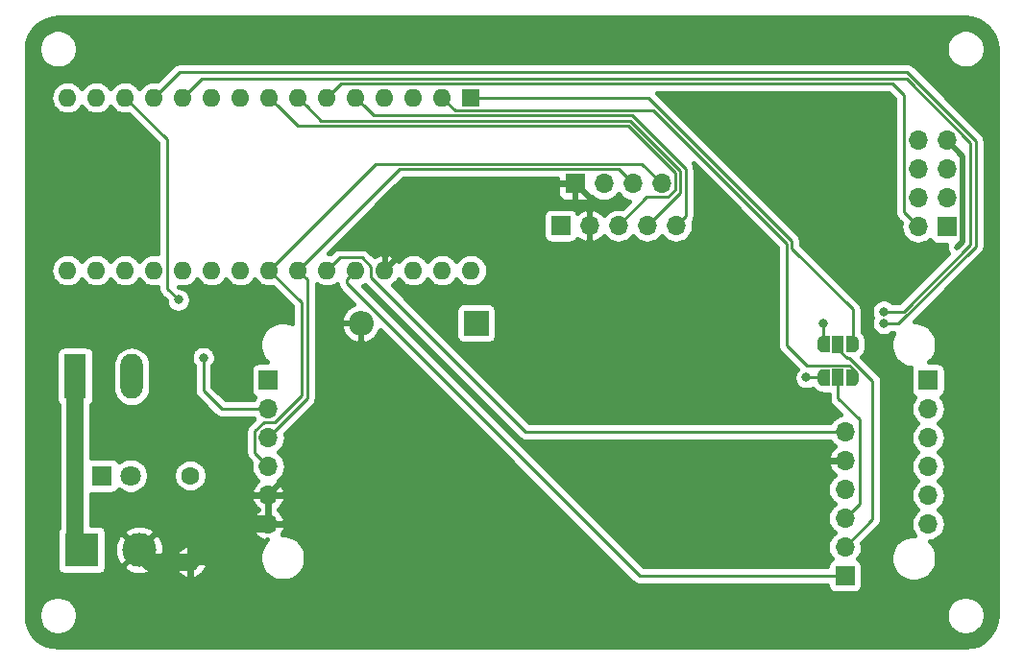
<source format=gbr>
G04 #@! TF.GenerationSoftware,KiCad,Pcbnew,(5.1.4-0-10_14)*
G04 #@! TF.CreationDate,2020-05-04T21:58:41+12:00*
G04 #@! TF.ProjectId,Robotic hand v2,526f626f-7469-4632-9068-616e64207632,rev?*
G04 #@! TF.SameCoordinates,Original*
G04 #@! TF.FileFunction,Copper,L2,Bot*
G04 #@! TF.FilePolarity,Positive*
%FSLAX46Y46*%
G04 Gerber Fmt 4.6, Leading zero omitted, Abs format (unit mm)*
G04 Created by KiCad (PCBNEW (5.1.4-0-10_14)) date 2020-05-04 21:58:41*
%MOMM*%
%LPD*%
G04 APERTURE LIST*
%ADD10R,1.600000X1.600000*%
%ADD11O,1.600000X1.600000*%
%ADD12R,1.700000X1.700000*%
%ADD13O,1.700000X1.700000*%
%ADD14C,0.500000*%
%ADD15C,0.100000*%
%ADD16R,1.000000X1.500000*%
%ADD17C,1.600000*%
%ADD18R,3.000000X3.000000*%
%ADD19C,3.000000*%
%ADD20R,1.980000X3.960000*%
%ADD21O,1.980000X3.960000*%
%ADD22R,1.800000X1.800000*%
%ADD23C,1.800000*%
%ADD24R,2.200000X2.200000*%
%ADD25O,2.200000X2.200000*%
%ADD26C,0.800000*%
%ADD27C,0.250000*%
%ADD28C,0.500000*%
%ADD29C,1.500000*%
%ADD30C,0.400000*%
G04 APERTURE END LIST*
D10*
X136700000Y-79000000D03*
D11*
X103680000Y-94240000D03*
X134160000Y-79000000D03*
X106220000Y-94240000D03*
X131620000Y-79000000D03*
X108760000Y-94240000D03*
X129080000Y-79000000D03*
X111300000Y-94240000D03*
X126540000Y-79000000D03*
X113840000Y-94240000D03*
X124000000Y-79000000D03*
X116380000Y-94240000D03*
X121460000Y-79000000D03*
X118920000Y-94240000D03*
X118920000Y-79000000D03*
X121460000Y-94240000D03*
X116380000Y-79000000D03*
X124000000Y-94240000D03*
X113840000Y-79000000D03*
X126540000Y-94240000D03*
X111300000Y-79000000D03*
X129080000Y-94240000D03*
X108760000Y-79000000D03*
X131620000Y-94240000D03*
X106220000Y-79000000D03*
X134160000Y-94240000D03*
X103680000Y-79000000D03*
X136700000Y-94240000D03*
X101140000Y-79000000D03*
X101140000Y-94240000D03*
D12*
X118817000Y-103913500D03*
D13*
X118817000Y-106453500D03*
X118817000Y-108993500D03*
X118817000Y-111533500D03*
X118817000Y-114073500D03*
X118817000Y-116613500D03*
X176983000Y-106453500D03*
D12*
X176983000Y-103913500D03*
D13*
X176983000Y-116613500D03*
X176983000Y-114073500D03*
X176983000Y-111533500D03*
X176983000Y-108993500D03*
D12*
X144600000Y-90300000D03*
D13*
X147140000Y-90300000D03*
X149680000Y-90300000D03*
X152220000Y-90300000D03*
X154760000Y-90300000D03*
D14*
X167750000Y-103700000D03*
D15*
G36*
X168300000Y-104450000D02*
G01*
X167750000Y-104450000D01*
X167750000Y-104449398D01*
X167725466Y-104449398D01*
X167676635Y-104444588D01*
X167628510Y-104435016D01*
X167581555Y-104420772D01*
X167536222Y-104401995D01*
X167492949Y-104378864D01*
X167452150Y-104351604D01*
X167414221Y-104320476D01*
X167379524Y-104285779D01*
X167348396Y-104247850D01*
X167321136Y-104207051D01*
X167298005Y-104163778D01*
X167279228Y-104118445D01*
X167264984Y-104071490D01*
X167255412Y-104023365D01*
X167250602Y-103974534D01*
X167250602Y-103950000D01*
X167250000Y-103950000D01*
X167250000Y-103450000D01*
X167250602Y-103450000D01*
X167250602Y-103425466D01*
X167255412Y-103376635D01*
X167264984Y-103328510D01*
X167279228Y-103281555D01*
X167298005Y-103236222D01*
X167321136Y-103192949D01*
X167348396Y-103152150D01*
X167379524Y-103114221D01*
X167414221Y-103079524D01*
X167452150Y-103048396D01*
X167492949Y-103021136D01*
X167536222Y-102998005D01*
X167581555Y-102979228D01*
X167628510Y-102964984D01*
X167676635Y-102955412D01*
X167725466Y-102950602D01*
X167750000Y-102950602D01*
X167750000Y-102950000D01*
X168300000Y-102950000D01*
X168300000Y-104450000D01*
X168300000Y-104450000D01*
G37*
D14*
X170350000Y-103700000D03*
D15*
G36*
X170350000Y-102950602D02*
G01*
X170374534Y-102950602D01*
X170423365Y-102955412D01*
X170471490Y-102964984D01*
X170518445Y-102979228D01*
X170563778Y-102998005D01*
X170607051Y-103021136D01*
X170647850Y-103048396D01*
X170685779Y-103079524D01*
X170720476Y-103114221D01*
X170751604Y-103152150D01*
X170778864Y-103192949D01*
X170801995Y-103236222D01*
X170820772Y-103281555D01*
X170835016Y-103328510D01*
X170844588Y-103376635D01*
X170849398Y-103425466D01*
X170849398Y-103450000D01*
X170850000Y-103450000D01*
X170850000Y-103950000D01*
X170849398Y-103950000D01*
X170849398Y-103974534D01*
X170844588Y-104023365D01*
X170835016Y-104071490D01*
X170820772Y-104118445D01*
X170801995Y-104163778D01*
X170778864Y-104207051D01*
X170751604Y-104247850D01*
X170720476Y-104285779D01*
X170685779Y-104320476D01*
X170647850Y-104351604D01*
X170607051Y-104378864D01*
X170563778Y-104401995D01*
X170518445Y-104420772D01*
X170471490Y-104435016D01*
X170423365Y-104444588D01*
X170374534Y-104449398D01*
X170350000Y-104449398D01*
X170350000Y-104450000D01*
X169800000Y-104450000D01*
X169800000Y-102950000D01*
X170350000Y-102950000D01*
X170350000Y-102950602D01*
X170350000Y-102950602D01*
G37*
D16*
X169050000Y-103700000D03*
D14*
X167750000Y-100750000D03*
D15*
G36*
X168300000Y-101500000D02*
G01*
X167750000Y-101500000D01*
X167750000Y-101499398D01*
X167725466Y-101499398D01*
X167676635Y-101494588D01*
X167628510Y-101485016D01*
X167581555Y-101470772D01*
X167536222Y-101451995D01*
X167492949Y-101428864D01*
X167452150Y-101401604D01*
X167414221Y-101370476D01*
X167379524Y-101335779D01*
X167348396Y-101297850D01*
X167321136Y-101257051D01*
X167298005Y-101213778D01*
X167279228Y-101168445D01*
X167264984Y-101121490D01*
X167255412Y-101073365D01*
X167250602Y-101024534D01*
X167250602Y-101000000D01*
X167250000Y-101000000D01*
X167250000Y-100500000D01*
X167250602Y-100500000D01*
X167250602Y-100475466D01*
X167255412Y-100426635D01*
X167264984Y-100378510D01*
X167279228Y-100331555D01*
X167298005Y-100286222D01*
X167321136Y-100242949D01*
X167348396Y-100202150D01*
X167379524Y-100164221D01*
X167414221Y-100129524D01*
X167452150Y-100098396D01*
X167492949Y-100071136D01*
X167536222Y-100048005D01*
X167581555Y-100029228D01*
X167628510Y-100014984D01*
X167676635Y-100005412D01*
X167725466Y-100000602D01*
X167750000Y-100000602D01*
X167750000Y-100000000D01*
X168300000Y-100000000D01*
X168300000Y-101500000D01*
X168300000Y-101500000D01*
G37*
D14*
X170350000Y-100750000D03*
D15*
G36*
X170350000Y-100000602D02*
G01*
X170374534Y-100000602D01*
X170423365Y-100005412D01*
X170471490Y-100014984D01*
X170518445Y-100029228D01*
X170563778Y-100048005D01*
X170607051Y-100071136D01*
X170647850Y-100098396D01*
X170685779Y-100129524D01*
X170720476Y-100164221D01*
X170751604Y-100202150D01*
X170778864Y-100242949D01*
X170801995Y-100286222D01*
X170820772Y-100331555D01*
X170835016Y-100378510D01*
X170844588Y-100426635D01*
X170849398Y-100475466D01*
X170849398Y-100500000D01*
X170850000Y-100500000D01*
X170850000Y-101000000D01*
X170849398Y-101000000D01*
X170849398Y-101024534D01*
X170844588Y-101073365D01*
X170835016Y-101121490D01*
X170820772Y-101168445D01*
X170801995Y-101213778D01*
X170778864Y-101257051D01*
X170751604Y-101297850D01*
X170720476Y-101335779D01*
X170685779Y-101370476D01*
X170647850Y-101401604D01*
X170607051Y-101428864D01*
X170563778Y-101451995D01*
X170518445Y-101470772D01*
X170471490Y-101485016D01*
X170423365Y-101494588D01*
X170374534Y-101499398D01*
X170350000Y-101499398D01*
X170350000Y-101500000D01*
X169800000Y-101500000D01*
X169800000Y-100000000D01*
X170350000Y-100000000D01*
X170350000Y-100000602D01*
X170350000Y-100000602D01*
G37*
D16*
X169050000Y-100750000D03*
D17*
X111950000Y-112350000D03*
D11*
X111950000Y-119970000D03*
D18*
X102370000Y-118900000D03*
D19*
X107450000Y-118900000D03*
D20*
X101800000Y-103600000D03*
D21*
X106800000Y-103600000D03*
D13*
X169648500Y-108485500D03*
X169648500Y-111025500D03*
X169648500Y-113565500D03*
X169648500Y-116105500D03*
X169648500Y-118645500D03*
D12*
X169648500Y-121185500D03*
X178640000Y-90400000D03*
D13*
X176100000Y-90400000D03*
X178640000Y-87860000D03*
X176100000Y-87860000D03*
X178640000Y-85320000D03*
X176100000Y-85320000D03*
X178640000Y-82780000D03*
X176100000Y-82780000D03*
D22*
X104150000Y-112350000D03*
D23*
X106690000Y-112350000D03*
D12*
X145875000Y-86600000D03*
D13*
X148415000Y-86600000D03*
X150955000Y-86600000D03*
X153495000Y-86600000D03*
D24*
X137150000Y-98900000D03*
D25*
X126990000Y-98900000D03*
D26*
X110900000Y-96850000D03*
X113100000Y-101950000D03*
X167750000Y-98950000D03*
X173064489Y-98935511D03*
X166250000Y-103700000D03*
X173067305Y-97867305D03*
D27*
X157350022Y-84048609D02*
X164975012Y-91673599D01*
X164975012Y-91673599D02*
X164975012Y-92310008D01*
X170350000Y-97684998D02*
X170350000Y-100752408D01*
X157350022Y-84048609D02*
X157348609Y-84048609D01*
X152300000Y-79000000D02*
X136700000Y-79000000D01*
X157348609Y-84048609D02*
X152300000Y-79000000D01*
X164975012Y-92310008D02*
X170350000Y-97684998D01*
X166274999Y-102624999D02*
X170051927Y-102624999D01*
X170051927Y-102624999D02*
X170350000Y-102923072D01*
X134160000Y-79000000D02*
X135285001Y-80125001D01*
X170350000Y-102923072D02*
X170350000Y-103700000D01*
X135285001Y-80125001D02*
X152788591Y-80125001D01*
X164525001Y-91859999D02*
X164525001Y-100875001D01*
X152788591Y-80125001D02*
X157162209Y-84498620D01*
X164525001Y-100875001D02*
X166274999Y-102624999D01*
X157162209Y-84498620D02*
X157163622Y-84498620D01*
X157163622Y-84498620D02*
X164525001Y-91859999D01*
D28*
X180040001Y-84180001D02*
X180040001Y-91690001D01*
X180040001Y-91690001D02*
X179530002Y-92200000D01*
X178640000Y-82780000D02*
X180040001Y-84180001D01*
D27*
X109885001Y-95835001D02*
X110900000Y-96850000D01*
X109885001Y-82665001D02*
X109885001Y-95835001D01*
X106220000Y-79000000D02*
X109885001Y-82665001D01*
X153495000Y-86600000D02*
X151769988Y-84874988D01*
X128285012Y-84874988D02*
X119719999Y-93440001D01*
X151769988Y-84874988D02*
X128285012Y-84874988D01*
X119719999Y-93440001D02*
X118920000Y-94240000D01*
X117641999Y-108429499D02*
X117641999Y-110358499D01*
X117641999Y-110358499D02*
X118817000Y-111533500D01*
X119381001Y-107628501D02*
X118442997Y-107628501D01*
X121762001Y-105247501D02*
X119381001Y-107628501D01*
X121762001Y-97082001D02*
X121762001Y-105247501D01*
X118442997Y-107628501D02*
X117641999Y-108429499D01*
X118920000Y-94240000D02*
X121762001Y-97082001D01*
X122259999Y-93440001D02*
X121460000Y-94240000D01*
X130375001Y-85324999D02*
X122259999Y-93440001D01*
X149679999Y-85324999D02*
X130375001Y-85324999D01*
X150955000Y-86600000D02*
X149679999Y-85324999D01*
X122259999Y-95039999D02*
X122259999Y-105550501D01*
X121460000Y-94240000D02*
X122259999Y-95039999D01*
X122259999Y-105550501D02*
X119666999Y-108143501D01*
X119666999Y-108143501D02*
X118817000Y-108993500D01*
D28*
X118817000Y-114073500D02*
X118817000Y-116613500D01*
X107450000Y-118900000D02*
X107450000Y-119000000D01*
X107450000Y-119000000D02*
X108420000Y-119970000D01*
D29*
X108420000Y-119970000D02*
X111950000Y-119970000D01*
X118817000Y-116613500D02*
X115306500Y-116613500D01*
X115306500Y-116613500D02*
X111950000Y-119970000D01*
D28*
X126990000Y-98900000D02*
X126990000Y-105900500D01*
X126990000Y-105900500D02*
X118817000Y-114073500D01*
X145875000Y-86600000D02*
X136720000Y-86600000D01*
X136720000Y-86600000D02*
X129080000Y-94240000D01*
X147140000Y-90300000D02*
X147140000Y-87865000D01*
X147140000Y-87865000D02*
X145875000Y-86600000D01*
X101800000Y-118330000D02*
X102370000Y-118900000D01*
D29*
X101800000Y-103600000D02*
X101800000Y-118330000D01*
D27*
X128115012Y-80575012D02*
X127339999Y-79799999D01*
X127339999Y-79799999D02*
X126540000Y-79000000D01*
X150897834Y-80575012D02*
X128115012Y-80575012D01*
X155609999Y-85287177D02*
X150897834Y-80575012D01*
X154760000Y-90300000D02*
X155609999Y-89450001D01*
X155609999Y-89450001D02*
X155609999Y-85287177D01*
X122259999Y-79799999D02*
X121460000Y-79000000D01*
X123485023Y-81025023D02*
X122259999Y-79799999D01*
X150711434Y-81025023D02*
X123485023Y-81025023D01*
X155120012Y-85433601D02*
X150711434Y-81025023D01*
X155120012Y-87399988D02*
X155120012Y-85433601D01*
X152220000Y-90300000D02*
X155120012Y-87399988D01*
X119719999Y-79799999D02*
X118920000Y-79000000D01*
X154670001Y-85620001D02*
X150525034Y-81475034D01*
X149680000Y-90300000D02*
X152204999Y-87775001D01*
X121395034Y-81475034D02*
X119719999Y-79799999D01*
X154670001Y-87164001D02*
X154670001Y-85620001D01*
X150525034Y-81475034D02*
X121395034Y-81475034D01*
X152204999Y-87775001D02*
X154059001Y-87775001D01*
X154059001Y-87775001D02*
X154670001Y-87164001D01*
X113100000Y-101950000D02*
X113100000Y-104850000D01*
X114703500Y-106453500D02*
X118817000Y-106453500D01*
X113100000Y-104850000D02*
X114703500Y-106453500D01*
X108760000Y-79000000D02*
X111010000Y-76750000D01*
X175133413Y-76750000D02*
X181183413Y-82800000D01*
X111010000Y-76750000D02*
X175133413Y-76750000D01*
X181183413Y-82800000D02*
X181183413Y-92137608D01*
X174385511Y-98935511D02*
X173064489Y-98935511D01*
X181183413Y-92137608D02*
X174385511Y-98935511D01*
X173064489Y-98935511D02*
X173064489Y-98935511D01*
X167750000Y-98950000D02*
X167750000Y-100750000D01*
X112975012Y-77324988D02*
X175071990Y-77324988D01*
X111300000Y-79000000D02*
X112975012Y-77324988D01*
X175071990Y-77324988D02*
X180715011Y-82968008D01*
X180715011Y-82968008D02*
X180715010Y-91969600D01*
X174817305Y-97867305D02*
X173067305Y-97867305D01*
X180715010Y-91969600D02*
X174817305Y-97867305D01*
X173067305Y-97867305D02*
X173067305Y-97867305D01*
X166250000Y-103700000D02*
X167750000Y-103700000D01*
X141512498Y-108485500D02*
X169648500Y-108485500D01*
X127854999Y-93889997D02*
X127854999Y-94828001D01*
X127080001Y-93114999D02*
X127854999Y-93889997D01*
X125125001Y-93114999D02*
X127080001Y-93114999D01*
X127854999Y-94828001D02*
X141512498Y-108485500D01*
X124000000Y-94240000D02*
X125125001Y-93114999D01*
X151532502Y-121185500D02*
X168548500Y-121185500D01*
X125740001Y-95392999D02*
X151532502Y-121185500D01*
X168548500Y-121185500D02*
X169648500Y-121185500D01*
X125740001Y-95039999D02*
X125740001Y-95392999D01*
X126540000Y-94240000D02*
X125740001Y-95039999D01*
X174824999Y-89124999D02*
X174824999Y-78761409D01*
X176100000Y-90400000D02*
X174824999Y-89124999D01*
X125225001Y-77774999D02*
X124799999Y-78200001D01*
X174824999Y-78761409D02*
X173838589Y-77774999D01*
X173838589Y-77774999D02*
X125225001Y-77774999D01*
X124799999Y-78200001D02*
X124000000Y-79000000D01*
X172100000Y-116194000D02*
X169648500Y-118645500D01*
X172100000Y-104036662D02*
X172100000Y-116194000D01*
X170063338Y-102000000D02*
X172100000Y-104036662D01*
X169840364Y-102000000D02*
X170063338Y-102000000D01*
X169050000Y-100750000D02*
X169050000Y-101209636D01*
X169050000Y-101209636D02*
X169840364Y-102000000D01*
X170923501Y-114830499D02*
X170923501Y-107423501D01*
X169648500Y-116105500D02*
X170923501Y-114830499D01*
X169050000Y-105550000D02*
X169050000Y-103700000D01*
X170923501Y-107423501D02*
X169050000Y-105550000D01*
D30*
G36*
X180836766Y-71989146D02*
G01*
X181353083Y-72145032D01*
X181829287Y-72398234D01*
X182247247Y-72739113D01*
X182591035Y-73154681D01*
X182847555Y-73629105D01*
X183007042Y-74144325D01*
X183067001Y-74714795D01*
X183067000Y-124664147D01*
X183010854Y-125236766D01*
X182854970Y-125753078D01*
X182601765Y-126229290D01*
X182260887Y-126647247D01*
X181845322Y-126991033D01*
X181370897Y-127247554D01*
X180855674Y-127407042D01*
X180285215Y-127467000D01*
X100335853Y-127467000D01*
X99763234Y-127410854D01*
X99246922Y-127254970D01*
X98770710Y-127001765D01*
X98352753Y-126660887D01*
X98008967Y-126245322D01*
X97752446Y-125770897D01*
X97592958Y-125255674D01*
X97533000Y-124685215D01*
X97533000Y-124528176D01*
X98555441Y-124528176D01*
X98555441Y-124871824D01*
X98622484Y-125208869D01*
X98753992Y-125526358D01*
X98944913Y-125812091D01*
X99187909Y-126055087D01*
X99473642Y-126246008D01*
X99791131Y-126377516D01*
X100128176Y-126444559D01*
X100471824Y-126444559D01*
X100808869Y-126377516D01*
X101126358Y-126246008D01*
X101412091Y-126055087D01*
X101655087Y-125812091D01*
X101846008Y-125526358D01*
X101977516Y-125208869D01*
X102044559Y-124871824D01*
X102044559Y-124528176D01*
X178555441Y-124528176D01*
X178555441Y-124871824D01*
X178622484Y-125208869D01*
X178753992Y-125526358D01*
X178944913Y-125812091D01*
X179187909Y-126055087D01*
X179473642Y-126246008D01*
X179791131Y-126377516D01*
X180128176Y-126444559D01*
X180471824Y-126444559D01*
X180808869Y-126377516D01*
X181126358Y-126246008D01*
X181412091Y-126055087D01*
X181655087Y-125812091D01*
X181846008Y-125526358D01*
X181977516Y-125208869D01*
X182044559Y-124871824D01*
X182044559Y-124528176D01*
X181977516Y-124191131D01*
X181846008Y-123873642D01*
X181655087Y-123587909D01*
X181412091Y-123344913D01*
X181126358Y-123153992D01*
X180808869Y-123022484D01*
X180471824Y-122955441D01*
X180128176Y-122955441D01*
X179791131Y-123022484D01*
X179473642Y-123153992D01*
X179187909Y-123344913D01*
X178944913Y-123587909D01*
X178753992Y-123873642D01*
X178622484Y-124191131D01*
X178555441Y-124528176D01*
X102044559Y-124528176D01*
X101977516Y-124191131D01*
X101846008Y-123873642D01*
X101655087Y-123587909D01*
X101412091Y-123344913D01*
X101126358Y-123153992D01*
X100808869Y-123022484D01*
X100471824Y-122955441D01*
X100128176Y-122955441D01*
X99791131Y-123022484D01*
X99473642Y-123153992D01*
X99187909Y-123344913D01*
X98944913Y-123587909D01*
X98753992Y-123873642D01*
X98622484Y-124191131D01*
X98555441Y-124528176D01*
X97533000Y-124528176D01*
X97533000Y-101620000D01*
X100098575Y-101620000D01*
X100098575Y-105580000D01*
X100112245Y-105718792D01*
X100152729Y-105852251D01*
X100218472Y-105975247D01*
X100306947Y-106083053D01*
X100342000Y-106111821D01*
X100342001Y-116927344D01*
X100278472Y-117004753D01*
X100212729Y-117127749D01*
X100172245Y-117261208D01*
X100158575Y-117400000D01*
X100158575Y-120400000D01*
X100172245Y-120538792D01*
X100212729Y-120672251D01*
X100278472Y-120795247D01*
X100366947Y-120903053D01*
X100474753Y-120991528D01*
X100597749Y-121057271D01*
X100731208Y-121097755D01*
X100870000Y-121111425D01*
X103870000Y-121111425D01*
X104008792Y-121097755D01*
X104142251Y-121057271D01*
X104265247Y-120991528D01*
X104373053Y-120903053D01*
X104461528Y-120795247D01*
X104527271Y-120672251D01*
X104567755Y-120538792D01*
X104581425Y-120400000D01*
X104581425Y-120381367D01*
X106045000Y-120381367D01*
X106189963Y-120726162D01*
X106570441Y-120936893D01*
X106984719Y-121069348D01*
X107416878Y-121118437D01*
X107850310Y-121082272D01*
X108268359Y-120962243D01*
X108654958Y-120762963D01*
X108710037Y-120726162D01*
X108855000Y-120381367D01*
X107450000Y-118976368D01*
X106045000Y-120381367D01*
X104581425Y-120381367D01*
X104581425Y-118866878D01*
X105231563Y-118866878D01*
X105267728Y-119300310D01*
X105387757Y-119718359D01*
X105587037Y-120104958D01*
X105623838Y-120160037D01*
X105968633Y-120305000D01*
X107373632Y-118900000D01*
X107526368Y-118900000D01*
X108931367Y-120305000D01*
X109040571Y-120259087D01*
X110469967Y-120259087D01*
X110554803Y-120542272D01*
X110693256Y-120803465D01*
X110880005Y-121032629D01*
X111107873Y-121220957D01*
X111368104Y-121361211D01*
X111650697Y-121448002D01*
X111660913Y-121450031D01*
X111896000Y-121299904D01*
X111896000Y-120024000D01*
X112004000Y-120024000D01*
X112004000Y-121299904D01*
X112239087Y-121450031D01*
X112249303Y-121448002D01*
X112531896Y-121361211D01*
X112792127Y-121220957D01*
X113019995Y-121032629D01*
X113206744Y-120803465D01*
X113345197Y-120542272D01*
X113430033Y-120259087D01*
X113280035Y-120024000D01*
X112004000Y-120024000D01*
X111896000Y-120024000D01*
X110619965Y-120024000D01*
X110469967Y-120259087D01*
X109040571Y-120259087D01*
X109276162Y-120160037D01*
X109486893Y-119779559D01*
X109518432Y-119680913D01*
X110469967Y-119680913D01*
X110619965Y-119916000D01*
X111896000Y-119916000D01*
X111896000Y-118640096D01*
X112004000Y-118640096D01*
X112004000Y-119916000D01*
X113280035Y-119916000D01*
X113430033Y-119680913D01*
X113345197Y-119397728D01*
X113206744Y-119136535D01*
X113019995Y-118907371D01*
X112792127Y-118719043D01*
X112531896Y-118578789D01*
X112249303Y-118491998D01*
X112239087Y-118489969D01*
X112004000Y-118640096D01*
X111896000Y-118640096D01*
X111660913Y-118489969D01*
X111650697Y-118491998D01*
X111368104Y-118578789D01*
X111107873Y-118719043D01*
X110880005Y-118907371D01*
X110693256Y-119136535D01*
X110554803Y-119397728D01*
X110469967Y-119680913D01*
X109518432Y-119680913D01*
X109619348Y-119365281D01*
X109668437Y-118933122D01*
X109632272Y-118499690D01*
X109512243Y-118081641D01*
X109312963Y-117695042D01*
X109276162Y-117639963D01*
X108931367Y-117495000D01*
X107526368Y-118900000D01*
X107373632Y-118900000D01*
X105968633Y-117495000D01*
X105623838Y-117639963D01*
X105413107Y-118020441D01*
X105280652Y-118434719D01*
X105231563Y-118866878D01*
X104581425Y-118866878D01*
X104581425Y-117418633D01*
X106045000Y-117418633D01*
X107450000Y-118823632D01*
X108855000Y-117418633D01*
X108710037Y-117073838D01*
X108414973Y-116910414D01*
X117287554Y-116910414D01*
X117290350Y-116924482D01*
X117380354Y-117216341D01*
X117525567Y-117485033D01*
X117720409Y-117720233D01*
X117957393Y-117912902D01*
X118227411Y-118055635D01*
X118520086Y-118142948D01*
X118762998Y-117993567D01*
X118762998Y-118011550D01*
X118488447Y-118286101D01*
X118263224Y-118623171D01*
X118108088Y-118997703D01*
X118029000Y-119395305D01*
X118029000Y-119800695D01*
X118108088Y-120198297D01*
X118263224Y-120572829D01*
X118488447Y-120909899D01*
X118775101Y-121196553D01*
X119112171Y-121421776D01*
X119486703Y-121576912D01*
X119884305Y-121656000D01*
X120289695Y-121656000D01*
X120687297Y-121576912D01*
X121061829Y-121421776D01*
X121398899Y-121196553D01*
X121685553Y-120909899D01*
X121910776Y-120572829D01*
X122065912Y-120198297D01*
X122145000Y-119800695D01*
X122145000Y-119395305D01*
X122065912Y-118997703D01*
X121910776Y-118623171D01*
X121685553Y-118286101D01*
X121398899Y-117999447D01*
X121061829Y-117774224D01*
X120687297Y-117619088D01*
X120289695Y-117540000D01*
X120062898Y-117540000D01*
X120108433Y-117485033D01*
X120253646Y-117216341D01*
X120343650Y-116924482D01*
X120346446Y-116910414D01*
X120196944Y-116667500D01*
X118871000Y-116667500D01*
X118871000Y-116687500D01*
X118763000Y-116687500D01*
X118763000Y-116667500D01*
X117437056Y-116667500D01*
X117287554Y-116910414D01*
X108414973Y-116910414D01*
X108329559Y-116863107D01*
X107915281Y-116730652D01*
X107483122Y-116681563D01*
X107049690Y-116717728D01*
X106631641Y-116837757D01*
X106245042Y-117037037D01*
X106189963Y-117073838D01*
X106045000Y-117418633D01*
X104581425Y-117418633D01*
X104581425Y-117400000D01*
X104567755Y-117261208D01*
X104527271Y-117127749D01*
X104461528Y-117004753D01*
X104373053Y-116896947D01*
X104265247Y-116808472D01*
X104142251Y-116742729D01*
X104008792Y-116702245D01*
X103870000Y-116688575D01*
X103258000Y-116688575D01*
X103258000Y-114370414D01*
X117287554Y-114370414D01*
X117290350Y-114384482D01*
X117380354Y-114676341D01*
X117525567Y-114945033D01*
X117720409Y-115180233D01*
X117921228Y-115343500D01*
X117720409Y-115506767D01*
X117525567Y-115741967D01*
X117380354Y-116010659D01*
X117290350Y-116302518D01*
X117287554Y-116316586D01*
X117437056Y-116559500D01*
X118763000Y-116559500D01*
X118763000Y-114127500D01*
X118871000Y-114127500D01*
X118871000Y-116559500D01*
X120196944Y-116559500D01*
X120346446Y-116316586D01*
X120343650Y-116302518D01*
X120253646Y-116010659D01*
X120108433Y-115741967D01*
X119913591Y-115506767D01*
X119712772Y-115343500D01*
X119913591Y-115180233D01*
X120108433Y-114945033D01*
X120253646Y-114676341D01*
X120343650Y-114384482D01*
X120346446Y-114370414D01*
X120196944Y-114127500D01*
X118871000Y-114127500D01*
X118763000Y-114127500D01*
X117437056Y-114127500D01*
X117287554Y-114370414D01*
X103258000Y-114370414D01*
X103258000Y-113961425D01*
X105050000Y-113961425D01*
X105188792Y-113947755D01*
X105322251Y-113907271D01*
X105445247Y-113841528D01*
X105553053Y-113753053D01*
X105641528Y-113645247D01*
X105665903Y-113599645D01*
X105928327Y-113774991D01*
X106220964Y-113896205D01*
X106531626Y-113958000D01*
X106848374Y-113958000D01*
X107159036Y-113896205D01*
X107451673Y-113774991D01*
X107715040Y-113599015D01*
X107939015Y-113375040D01*
X108114991Y-113111673D01*
X108236205Y-112819036D01*
X108298000Y-112508374D01*
X108298000Y-112201475D01*
X110442000Y-112201475D01*
X110442000Y-112498525D01*
X110499951Y-112789868D01*
X110613627Y-113064306D01*
X110778660Y-113311294D01*
X110988706Y-113521340D01*
X111235694Y-113686373D01*
X111510132Y-113800049D01*
X111801475Y-113858000D01*
X112098525Y-113858000D01*
X112389868Y-113800049D01*
X112664306Y-113686373D01*
X112911294Y-113521340D01*
X113121340Y-113311294D01*
X113286373Y-113064306D01*
X113400049Y-112789868D01*
X113458000Y-112498525D01*
X113458000Y-112201475D01*
X113400049Y-111910132D01*
X113286373Y-111635694D01*
X113121340Y-111388706D01*
X112911294Y-111178660D01*
X112664306Y-111013627D01*
X112389868Y-110899951D01*
X112098525Y-110842000D01*
X111801475Y-110842000D01*
X111510132Y-110899951D01*
X111235694Y-111013627D01*
X110988706Y-111178660D01*
X110778660Y-111388706D01*
X110613627Y-111635694D01*
X110499951Y-111910132D01*
X110442000Y-112201475D01*
X108298000Y-112201475D01*
X108298000Y-112191626D01*
X108236205Y-111880964D01*
X108114991Y-111588327D01*
X107939015Y-111324960D01*
X107715040Y-111100985D01*
X107451673Y-110925009D01*
X107159036Y-110803795D01*
X106848374Y-110742000D01*
X106531626Y-110742000D01*
X106220964Y-110803795D01*
X105928327Y-110925009D01*
X105665903Y-111100355D01*
X105641528Y-111054753D01*
X105553053Y-110946947D01*
X105445247Y-110858472D01*
X105322251Y-110792729D01*
X105188792Y-110752245D01*
X105050000Y-110738575D01*
X103258000Y-110738575D01*
X103258000Y-106111821D01*
X103293053Y-106083053D01*
X103381528Y-105975247D01*
X103447271Y-105852251D01*
X103487755Y-105718792D01*
X103501425Y-105580000D01*
X103501425Y-102526592D01*
X105102000Y-102526592D01*
X105102001Y-104673409D01*
X105126570Y-104922866D01*
X105223664Y-105242940D01*
X105381335Y-105537922D01*
X105593525Y-105796476D01*
X105852079Y-106008666D01*
X106147061Y-106166337D01*
X106467135Y-106263431D01*
X106800000Y-106296215D01*
X107132866Y-106263431D01*
X107452940Y-106166337D01*
X107747922Y-106008666D01*
X108006476Y-105796476D01*
X108218666Y-105537922D01*
X108376337Y-105242940D01*
X108473431Y-104922866D01*
X108498000Y-104673409D01*
X108498000Y-102526591D01*
X108473431Y-102277134D01*
X108376337Y-101957060D01*
X108218666Y-101662078D01*
X108006476Y-101403524D01*
X107747921Y-101191334D01*
X107452939Y-101033663D01*
X107132865Y-100936569D01*
X106800000Y-100903785D01*
X106467134Y-100936569D01*
X106147060Y-101033663D01*
X105852078Y-101191334D01*
X105593524Y-101403524D01*
X105381334Y-101662079D01*
X105223663Y-101957061D01*
X105126569Y-102277135D01*
X105102000Y-102526592D01*
X103501425Y-102526592D01*
X103501425Y-101620000D01*
X103487755Y-101481208D01*
X103447271Y-101347749D01*
X103381528Y-101224753D01*
X103293053Y-101116947D01*
X103185247Y-101028472D01*
X103062251Y-100962729D01*
X102928792Y-100922245D01*
X102790000Y-100908575D01*
X100810000Y-100908575D01*
X100671208Y-100922245D01*
X100537749Y-100962729D01*
X100414753Y-101028472D01*
X100306947Y-101116947D01*
X100218472Y-101224753D01*
X100152729Y-101347749D01*
X100112245Y-101481208D01*
X100098575Y-101620000D01*
X97533000Y-101620000D01*
X97533000Y-79000000D01*
X99624704Y-79000000D01*
X99653820Y-79295620D01*
X99740049Y-79579879D01*
X99880077Y-79841853D01*
X100068524Y-80071476D01*
X100298147Y-80259923D01*
X100560121Y-80399951D01*
X100844380Y-80486180D01*
X101065922Y-80508000D01*
X101214078Y-80508000D01*
X101435620Y-80486180D01*
X101719879Y-80399951D01*
X101981853Y-80259923D01*
X102211476Y-80071476D01*
X102399923Y-79841853D01*
X102410000Y-79823000D01*
X102420077Y-79841853D01*
X102608524Y-80071476D01*
X102838147Y-80259923D01*
X103100121Y-80399951D01*
X103384380Y-80486180D01*
X103605922Y-80508000D01*
X103754078Y-80508000D01*
X103975620Y-80486180D01*
X104259879Y-80399951D01*
X104521853Y-80259923D01*
X104751476Y-80071476D01*
X104939923Y-79841853D01*
X104950000Y-79823000D01*
X104960077Y-79841853D01*
X105148524Y-80071476D01*
X105378147Y-80259923D01*
X105640121Y-80399951D01*
X105924380Y-80486180D01*
X106145922Y-80508000D01*
X106294078Y-80508000D01*
X106515620Y-80486180D01*
X106525227Y-80483266D01*
X109052001Y-83010041D01*
X109052002Y-92753464D01*
X108834078Y-92732000D01*
X108685922Y-92732000D01*
X108464380Y-92753820D01*
X108180121Y-92840049D01*
X107918147Y-92980077D01*
X107688524Y-93168524D01*
X107500077Y-93398147D01*
X107490000Y-93417000D01*
X107479923Y-93398147D01*
X107291476Y-93168524D01*
X107061853Y-92980077D01*
X106799879Y-92840049D01*
X106515620Y-92753820D01*
X106294078Y-92732000D01*
X106145922Y-92732000D01*
X105924380Y-92753820D01*
X105640121Y-92840049D01*
X105378147Y-92980077D01*
X105148524Y-93168524D01*
X104960077Y-93398147D01*
X104950000Y-93417000D01*
X104939923Y-93398147D01*
X104751476Y-93168524D01*
X104521853Y-92980077D01*
X104259879Y-92840049D01*
X103975620Y-92753820D01*
X103754078Y-92732000D01*
X103605922Y-92732000D01*
X103384380Y-92753820D01*
X103100121Y-92840049D01*
X102838147Y-92980077D01*
X102608524Y-93168524D01*
X102420077Y-93398147D01*
X102410000Y-93417000D01*
X102399923Y-93398147D01*
X102211476Y-93168524D01*
X101981853Y-92980077D01*
X101719879Y-92840049D01*
X101435620Y-92753820D01*
X101214078Y-92732000D01*
X101065922Y-92732000D01*
X100844380Y-92753820D01*
X100560121Y-92840049D01*
X100298147Y-92980077D01*
X100068524Y-93168524D01*
X99880077Y-93398147D01*
X99740049Y-93660121D01*
X99653820Y-93944380D01*
X99624704Y-94240000D01*
X99653820Y-94535620D01*
X99740049Y-94819879D01*
X99880077Y-95081853D01*
X100068524Y-95311476D01*
X100298147Y-95499923D01*
X100560121Y-95639951D01*
X100844380Y-95726180D01*
X101065922Y-95748000D01*
X101214078Y-95748000D01*
X101435620Y-95726180D01*
X101719879Y-95639951D01*
X101981853Y-95499923D01*
X102211476Y-95311476D01*
X102399923Y-95081853D01*
X102410000Y-95063000D01*
X102420077Y-95081853D01*
X102608524Y-95311476D01*
X102838147Y-95499923D01*
X103100121Y-95639951D01*
X103384380Y-95726180D01*
X103605922Y-95748000D01*
X103754078Y-95748000D01*
X103975620Y-95726180D01*
X104259879Y-95639951D01*
X104521853Y-95499923D01*
X104751476Y-95311476D01*
X104939923Y-95081853D01*
X104950000Y-95063000D01*
X104960077Y-95081853D01*
X105148524Y-95311476D01*
X105378147Y-95499923D01*
X105640121Y-95639951D01*
X105924380Y-95726180D01*
X106145922Y-95748000D01*
X106294078Y-95748000D01*
X106515620Y-95726180D01*
X106799879Y-95639951D01*
X107061853Y-95499923D01*
X107291476Y-95311476D01*
X107479923Y-95081853D01*
X107490000Y-95063000D01*
X107500077Y-95081853D01*
X107688524Y-95311476D01*
X107918147Y-95499923D01*
X108180121Y-95639951D01*
X108464380Y-95726180D01*
X108685922Y-95748000D01*
X108834078Y-95748000D01*
X109052002Y-95726536D01*
X109052002Y-95794076D01*
X109047971Y-95835001D01*
X109064055Y-95998297D01*
X109111686Y-96155318D01*
X109159607Y-96244971D01*
X109189037Y-96300030D01*
X109293132Y-96426871D01*
X109324917Y-96452956D01*
X109792000Y-96920039D01*
X109792000Y-96959128D01*
X109834580Y-97173192D01*
X109918103Y-97374835D01*
X110039360Y-97556309D01*
X110193691Y-97710640D01*
X110375165Y-97831897D01*
X110576808Y-97915420D01*
X110790872Y-97958000D01*
X111009128Y-97958000D01*
X111223192Y-97915420D01*
X111424835Y-97831897D01*
X111606309Y-97710640D01*
X111760640Y-97556309D01*
X111881897Y-97374835D01*
X111965420Y-97173192D01*
X112008000Y-96959128D01*
X112008000Y-96740872D01*
X111965420Y-96526808D01*
X111881897Y-96325165D01*
X111760640Y-96143691D01*
X111606309Y-95989360D01*
X111424835Y-95868103D01*
X111223192Y-95784580D01*
X111009128Y-95742000D01*
X110970039Y-95742000D01*
X110932378Y-95704338D01*
X111004380Y-95726180D01*
X111225922Y-95748000D01*
X111374078Y-95748000D01*
X111595620Y-95726180D01*
X111879879Y-95639951D01*
X112141853Y-95499923D01*
X112371476Y-95311476D01*
X112559923Y-95081853D01*
X112570000Y-95063000D01*
X112580077Y-95081853D01*
X112768524Y-95311476D01*
X112998147Y-95499923D01*
X113260121Y-95639951D01*
X113544380Y-95726180D01*
X113765922Y-95748000D01*
X113914078Y-95748000D01*
X114135620Y-95726180D01*
X114419879Y-95639951D01*
X114681853Y-95499923D01*
X114911476Y-95311476D01*
X115099923Y-95081853D01*
X115110000Y-95063000D01*
X115120077Y-95081853D01*
X115308524Y-95311476D01*
X115538147Y-95499923D01*
X115800121Y-95639951D01*
X116084380Y-95726180D01*
X116305922Y-95748000D01*
X116454078Y-95748000D01*
X116675620Y-95726180D01*
X116959879Y-95639951D01*
X117221853Y-95499923D01*
X117451476Y-95311476D01*
X117639923Y-95081853D01*
X117650000Y-95063000D01*
X117660077Y-95081853D01*
X117848524Y-95311476D01*
X118078147Y-95499923D01*
X118340121Y-95639951D01*
X118624380Y-95726180D01*
X118845922Y-95748000D01*
X118994078Y-95748000D01*
X119215620Y-95726180D01*
X119225227Y-95723266D01*
X120929001Y-97427041D01*
X120929001Y-98923205D01*
X120687297Y-98823088D01*
X120289695Y-98744000D01*
X119884305Y-98744000D01*
X119486703Y-98823088D01*
X119112171Y-98978224D01*
X118775101Y-99203447D01*
X118488447Y-99490101D01*
X118263224Y-99827171D01*
X118108088Y-100201703D01*
X118029000Y-100599305D01*
X118029000Y-101004695D01*
X118108088Y-101402297D01*
X118263224Y-101776829D01*
X118488447Y-102113899D01*
X118726623Y-102352075D01*
X117967000Y-102352075D01*
X117828208Y-102365745D01*
X117694749Y-102406229D01*
X117571753Y-102471972D01*
X117463947Y-102560447D01*
X117375472Y-102668253D01*
X117309729Y-102791249D01*
X117269245Y-102924708D01*
X117255575Y-103063500D01*
X117255575Y-104763500D01*
X117269245Y-104902292D01*
X117309729Y-105035751D01*
X117375472Y-105158747D01*
X117463947Y-105266553D01*
X117571753Y-105355028D01*
X117662979Y-105403789D01*
X117515303Y-105583734D01*
X117495651Y-105620500D01*
X115048540Y-105620500D01*
X113933000Y-104504961D01*
X113933000Y-102683949D01*
X113960640Y-102656309D01*
X114081897Y-102474835D01*
X114165420Y-102273192D01*
X114208000Y-102059128D01*
X114208000Y-101840872D01*
X114165420Y-101626808D01*
X114081897Y-101425165D01*
X113960640Y-101243691D01*
X113806309Y-101089360D01*
X113624835Y-100968103D01*
X113423192Y-100884580D01*
X113209128Y-100842000D01*
X112990872Y-100842000D01*
X112776808Y-100884580D01*
X112575165Y-100968103D01*
X112393691Y-101089360D01*
X112239360Y-101243691D01*
X112118103Y-101425165D01*
X112034580Y-101626808D01*
X111992000Y-101840872D01*
X111992000Y-102059128D01*
X112034580Y-102273192D01*
X112118103Y-102474835D01*
X112239360Y-102656309D01*
X112267000Y-102683949D01*
X112267001Y-104809075D01*
X112262970Y-104850000D01*
X112279054Y-105013296D01*
X112326685Y-105170317D01*
X112326686Y-105170318D01*
X112404036Y-105315029D01*
X112508131Y-105441870D01*
X112539916Y-105467955D01*
X114085544Y-107013584D01*
X114111630Y-107045370D01*
X114238471Y-107149465D01*
X114383182Y-107226815D01*
X114540204Y-107274447D01*
X114662582Y-107286500D01*
X114662584Y-107286500D01*
X114703499Y-107290530D01*
X114744415Y-107286500D01*
X117495651Y-107286500D01*
X117515303Y-107323266D01*
X117540045Y-107353414D01*
X117081920Y-107811539D01*
X117050129Y-107837629D01*
X116946034Y-107964471D01*
X116868684Y-108109182D01*
X116821052Y-108266204D01*
X116815537Y-108322203D01*
X116804969Y-108429499D01*
X116808999Y-108470415D01*
X116809000Y-110317574D01*
X116804969Y-110358499D01*
X116821053Y-110521795D01*
X116868684Y-110678816D01*
X116935487Y-110803795D01*
X116946035Y-110823528D01*
X117050130Y-110950369D01*
X117081915Y-110976454D01*
X117293645Y-111188184D01*
X117281543Y-111228079D01*
X117251462Y-111533500D01*
X117281543Y-111838921D01*
X117370631Y-112132605D01*
X117515303Y-112403266D01*
X117709997Y-112640503D01*
X117914890Y-112808653D01*
X117720409Y-112966767D01*
X117525567Y-113201967D01*
X117380354Y-113470659D01*
X117290350Y-113762518D01*
X117287554Y-113776586D01*
X117437056Y-114019500D01*
X118763000Y-114019500D01*
X118763000Y-113999500D01*
X118871000Y-113999500D01*
X118871000Y-114019500D01*
X120196944Y-114019500D01*
X120346446Y-113776586D01*
X120343650Y-113762518D01*
X120253646Y-113470659D01*
X120108433Y-113201967D01*
X119913591Y-112966767D01*
X119719110Y-112808653D01*
X119924003Y-112640503D01*
X120118697Y-112403266D01*
X120263369Y-112132605D01*
X120352457Y-111838921D01*
X120382538Y-111533500D01*
X120352457Y-111228079D01*
X120263369Y-110934395D01*
X120118697Y-110663734D01*
X119924003Y-110426497D01*
X119725389Y-110263500D01*
X119924003Y-110100503D01*
X120118697Y-109863266D01*
X120263369Y-109592605D01*
X120352457Y-109298921D01*
X120382538Y-108993500D01*
X120352457Y-108688079D01*
X120340355Y-108648184D01*
X122820083Y-106168457D01*
X122851869Y-106142371D01*
X122912536Y-106068448D01*
X122955964Y-106015531D01*
X123033314Y-105870819D01*
X123038296Y-105854395D01*
X123080946Y-105713797D01*
X123092999Y-105591419D01*
X123092999Y-105591417D01*
X123097029Y-105550501D01*
X123092999Y-105509586D01*
X123092999Y-99236042D01*
X125213504Y-99236042D01*
X125220133Y-99269372D01*
X125326201Y-99607559D01*
X125496208Y-99918555D01*
X125723621Y-100190408D01*
X125999700Y-100412672D01*
X126313836Y-100576804D01*
X126653957Y-100676498D01*
X126936000Y-100530195D01*
X126936000Y-98954000D01*
X125359894Y-98954000D01*
X125213504Y-99236042D01*
X123092999Y-99236042D01*
X123092999Y-95446457D01*
X123158147Y-95499923D01*
X123420121Y-95639951D01*
X123704380Y-95726180D01*
X123925922Y-95748000D01*
X124074078Y-95748000D01*
X124295620Y-95726180D01*
X124579879Y-95639951D01*
X124841853Y-95499923D01*
X124908144Y-95445520D01*
X124919054Y-95556295D01*
X124966686Y-95713317D01*
X125044036Y-95858028D01*
X125148131Y-95984869D01*
X125179921Y-96010958D01*
X126374405Y-97205442D01*
X126313836Y-97223196D01*
X125999700Y-97387328D01*
X125723621Y-97609592D01*
X125496208Y-97881445D01*
X125326201Y-98192441D01*
X125220133Y-98530628D01*
X125213504Y-98563958D01*
X125359894Y-98846000D01*
X126936000Y-98846000D01*
X126936000Y-98826000D01*
X127044000Y-98826000D01*
X127044000Y-98846000D01*
X127064000Y-98846000D01*
X127064000Y-98954000D01*
X127044000Y-98954000D01*
X127044000Y-100530195D01*
X127326043Y-100676498D01*
X127666164Y-100576804D01*
X127980300Y-100412672D01*
X128256379Y-100190408D01*
X128483792Y-99918555D01*
X128653799Y-99607559D01*
X128683100Y-99514137D01*
X150914546Y-121745584D01*
X150940632Y-121777370D01*
X151006270Y-121831237D01*
X151067472Y-121881465D01*
X151212184Y-121958815D01*
X151369206Y-122006447D01*
X151491584Y-122018500D01*
X151491586Y-122018500D01*
X151532502Y-122022530D01*
X151573417Y-122018500D01*
X168087075Y-122018500D01*
X168087075Y-122035500D01*
X168100745Y-122174292D01*
X168141229Y-122307751D01*
X168206972Y-122430747D01*
X168295447Y-122538553D01*
X168403253Y-122627028D01*
X168526249Y-122692771D01*
X168659708Y-122733255D01*
X168798500Y-122746925D01*
X170498500Y-122746925D01*
X170637292Y-122733255D01*
X170770751Y-122692771D01*
X170893747Y-122627028D01*
X171001553Y-122538553D01*
X171090028Y-122430747D01*
X171155771Y-122307751D01*
X171196255Y-122174292D01*
X171209925Y-122035500D01*
X171209925Y-120335500D01*
X171196255Y-120196708D01*
X171155771Y-120063249D01*
X171090028Y-119940253D01*
X171001553Y-119832447D01*
X170893747Y-119743972D01*
X170802521Y-119695211D01*
X170950197Y-119515266D01*
X171094869Y-119244605D01*
X171183957Y-118950921D01*
X171214038Y-118645500D01*
X171183957Y-118340079D01*
X171171855Y-118300184D01*
X172660084Y-116811956D01*
X172691870Y-116785870D01*
X172760499Y-116702245D01*
X172795965Y-116659030D01*
X172843269Y-116570529D01*
X172873315Y-116514318D01*
X172920947Y-116357296D01*
X172933000Y-116234918D01*
X172937030Y-116194000D01*
X172933000Y-116153082D01*
X172933000Y-104077577D01*
X172937030Y-104036661D01*
X172933000Y-103995744D01*
X172920947Y-103873366D01*
X172873315Y-103716344D01*
X172795965Y-103571633D01*
X172691870Y-103444792D01*
X172660085Y-103418707D01*
X171148658Y-101907280D01*
X171170251Y-101889559D01*
X171239559Y-101820251D01*
X171328034Y-101712445D01*
X171382490Y-101630946D01*
X171448234Y-101507946D01*
X171485743Y-101417390D01*
X171526226Y-101283934D01*
X171545348Y-101187801D01*
X171559018Y-101049009D01*
X171559018Y-101024449D01*
X171561426Y-101000000D01*
X171561426Y-100500000D01*
X171559018Y-100475551D01*
X171559018Y-100450991D01*
X171545348Y-100312199D01*
X171526226Y-100216066D01*
X171485743Y-100082610D01*
X171448234Y-99992054D01*
X171382490Y-99869054D01*
X171328034Y-99787555D01*
X171239559Y-99679749D01*
X171183000Y-99623190D01*
X171183000Y-97725913D01*
X171187030Y-97684997D01*
X171174355Y-97556309D01*
X171170947Y-97521702D01*
X171123315Y-97364680D01*
X171045965Y-97219969D01*
X170941870Y-97093128D01*
X170910086Y-97067044D01*
X165808012Y-91964969D01*
X165808012Y-91714514D01*
X165812042Y-91673598D01*
X165803949Y-91591433D01*
X165795959Y-91510303D01*
X165748327Y-91353281D01*
X165670977Y-91208570D01*
X165566882Y-91081729D01*
X165535098Y-91055645D01*
X157967982Y-83488530D01*
X157941892Y-83456739D01*
X157902227Y-83424187D01*
X153086038Y-78607999D01*
X173493550Y-78607999D01*
X173992000Y-79106450D01*
X173991999Y-89084084D01*
X173987969Y-89124999D01*
X173991999Y-89165914D01*
X173991999Y-89165916D01*
X174004052Y-89288294D01*
X174051684Y-89445316D01*
X174129034Y-89590027D01*
X174233129Y-89716869D01*
X174264920Y-89742959D01*
X174576645Y-90054684D01*
X174564543Y-90094579D01*
X174534462Y-90400000D01*
X174564543Y-90705421D01*
X174653631Y-90999105D01*
X174798303Y-91269766D01*
X174992997Y-91507003D01*
X175230234Y-91701697D01*
X175500895Y-91846369D01*
X175794579Y-91935457D01*
X176023465Y-91958000D01*
X176176535Y-91958000D01*
X176405421Y-91935457D01*
X176699105Y-91846369D01*
X176969766Y-91701697D01*
X177149711Y-91554021D01*
X177198472Y-91645247D01*
X177286947Y-91753053D01*
X177394753Y-91841528D01*
X177517749Y-91907271D01*
X177651208Y-91947755D01*
X177790000Y-91961425D01*
X178601266Y-91961425D01*
X178585864Y-92012199D01*
X178567367Y-92200000D01*
X178585864Y-92387801D01*
X178640644Y-92568384D01*
X178729601Y-92734811D01*
X178748604Y-92757966D01*
X174472266Y-97034305D01*
X173801254Y-97034305D01*
X173773614Y-97006665D01*
X173592140Y-96885408D01*
X173390497Y-96801885D01*
X173176433Y-96759305D01*
X172958177Y-96759305D01*
X172744113Y-96801885D01*
X172542470Y-96885408D01*
X172360996Y-97006665D01*
X172206665Y-97160996D01*
X172085408Y-97342470D01*
X172001885Y-97544113D01*
X171959305Y-97758177D01*
X171959305Y-97976433D01*
X172001885Y-98190497D01*
X172085408Y-98392140D01*
X172090193Y-98399301D01*
X172082592Y-98410676D01*
X171999069Y-98612319D01*
X171956489Y-98826383D01*
X171956489Y-99044639D01*
X171999069Y-99258703D01*
X172082592Y-99460346D01*
X172203849Y-99641820D01*
X172358180Y-99796151D01*
X172539654Y-99917408D01*
X172741297Y-100000931D01*
X172955361Y-100043511D01*
X173173617Y-100043511D01*
X173387681Y-100000931D01*
X173589324Y-99917408D01*
X173770798Y-99796151D01*
X173798438Y-99768511D01*
X173928419Y-99768511D01*
X173889224Y-99827171D01*
X173734088Y-100201703D01*
X173655000Y-100599305D01*
X173655000Y-101004695D01*
X173734088Y-101402297D01*
X173889224Y-101776829D01*
X174114447Y-102113899D01*
X174401101Y-102400553D01*
X174738171Y-102625776D01*
X175112703Y-102780912D01*
X175458028Y-102849601D01*
X175435245Y-102924708D01*
X175421575Y-103063500D01*
X175421575Y-104763500D01*
X175435245Y-104902292D01*
X175475729Y-105035751D01*
X175541472Y-105158747D01*
X175629947Y-105266553D01*
X175737753Y-105355028D01*
X175828979Y-105403789D01*
X175681303Y-105583734D01*
X175536631Y-105854395D01*
X175447543Y-106148079D01*
X175417462Y-106453500D01*
X175447543Y-106758921D01*
X175536631Y-107052605D01*
X175681303Y-107323266D01*
X175875997Y-107560503D01*
X176074611Y-107723500D01*
X175875997Y-107886497D01*
X175681303Y-108123734D01*
X175536631Y-108394395D01*
X175447543Y-108688079D01*
X175417462Y-108993500D01*
X175447543Y-109298921D01*
X175536631Y-109592605D01*
X175681303Y-109863266D01*
X175875997Y-110100503D01*
X176074611Y-110263500D01*
X175875997Y-110426497D01*
X175681303Y-110663734D01*
X175536631Y-110934395D01*
X175447543Y-111228079D01*
X175417462Y-111533500D01*
X175447543Y-111838921D01*
X175536631Y-112132605D01*
X175681303Y-112403266D01*
X175875997Y-112640503D01*
X176074611Y-112803500D01*
X175875997Y-112966497D01*
X175681303Y-113203734D01*
X175536631Y-113474395D01*
X175447543Y-113768079D01*
X175417462Y-114073500D01*
X175447543Y-114378921D01*
X175536631Y-114672605D01*
X175681303Y-114943266D01*
X175875997Y-115180503D01*
X176074611Y-115343500D01*
X175875997Y-115506497D01*
X175681303Y-115743734D01*
X175536631Y-116014395D01*
X175447543Y-116308079D01*
X175417462Y-116613500D01*
X175447543Y-116918921D01*
X175536631Y-117212605D01*
X175681303Y-117483266D01*
X175779976Y-117603500D01*
X175510305Y-117603500D01*
X175112703Y-117682588D01*
X174738171Y-117837724D01*
X174401101Y-118062947D01*
X174114447Y-118349601D01*
X173889224Y-118686671D01*
X173734088Y-119061203D01*
X173655000Y-119458805D01*
X173655000Y-119864195D01*
X173734088Y-120261797D01*
X173889224Y-120636329D01*
X174114447Y-120973399D01*
X174401101Y-121260053D01*
X174738171Y-121485276D01*
X175112703Y-121640412D01*
X175510305Y-121719500D01*
X175915695Y-121719500D01*
X176313297Y-121640412D01*
X176687829Y-121485276D01*
X177024899Y-121260053D01*
X177311553Y-120973399D01*
X177536776Y-120636329D01*
X177691912Y-120261797D01*
X177771000Y-119864195D01*
X177771000Y-119458805D01*
X177691912Y-119061203D01*
X177536776Y-118686671D01*
X177311553Y-118349601D01*
X177126825Y-118164873D01*
X177288421Y-118148957D01*
X177582105Y-118059869D01*
X177852766Y-117915197D01*
X178090003Y-117720503D01*
X178284697Y-117483266D01*
X178429369Y-117212605D01*
X178518457Y-116918921D01*
X178548538Y-116613500D01*
X178518457Y-116308079D01*
X178429369Y-116014395D01*
X178284697Y-115743734D01*
X178090003Y-115506497D01*
X177891389Y-115343500D01*
X178090003Y-115180503D01*
X178284697Y-114943266D01*
X178429369Y-114672605D01*
X178518457Y-114378921D01*
X178548538Y-114073500D01*
X178518457Y-113768079D01*
X178429369Y-113474395D01*
X178284697Y-113203734D01*
X178090003Y-112966497D01*
X177891389Y-112803500D01*
X178090003Y-112640503D01*
X178284697Y-112403266D01*
X178429369Y-112132605D01*
X178518457Y-111838921D01*
X178548538Y-111533500D01*
X178518457Y-111228079D01*
X178429369Y-110934395D01*
X178284697Y-110663734D01*
X178090003Y-110426497D01*
X177891389Y-110263500D01*
X178090003Y-110100503D01*
X178284697Y-109863266D01*
X178429369Y-109592605D01*
X178518457Y-109298921D01*
X178548538Y-108993500D01*
X178518457Y-108688079D01*
X178429369Y-108394395D01*
X178284697Y-108123734D01*
X178090003Y-107886497D01*
X177891389Y-107723500D01*
X178090003Y-107560503D01*
X178284697Y-107323266D01*
X178429369Y-107052605D01*
X178518457Y-106758921D01*
X178548538Y-106453500D01*
X178518457Y-106148079D01*
X178429369Y-105854395D01*
X178284697Y-105583734D01*
X178137021Y-105403789D01*
X178228247Y-105355028D01*
X178336053Y-105266553D01*
X178424528Y-105158747D01*
X178490271Y-105035751D01*
X178530755Y-104902292D01*
X178544425Y-104763500D01*
X178544425Y-103063500D01*
X178530755Y-102924708D01*
X178490271Y-102791249D01*
X178424528Y-102668253D01*
X178336053Y-102560447D01*
X178228247Y-102471972D01*
X178105251Y-102406229D01*
X177971792Y-102365745D01*
X177833000Y-102352075D01*
X177073377Y-102352075D01*
X177311553Y-102113899D01*
X177536776Y-101776829D01*
X177691912Y-101402297D01*
X177771000Y-101004695D01*
X177771000Y-100599305D01*
X177691912Y-100201703D01*
X177536776Y-99827171D01*
X177311553Y-99490101D01*
X177024899Y-99203447D01*
X176687829Y-98978224D01*
X176313297Y-98823088D01*
X175915695Y-98744000D01*
X175755061Y-98744000D01*
X181743497Y-92755564D01*
X181775283Y-92729478D01*
X181879378Y-92602637D01*
X181956728Y-92457926D01*
X182004360Y-92300904D01*
X182016413Y-92178526D01*
X182016413Y-92178524D01*
X182020443Y-92137608D01*
X182016413Y-92096693D01*
X182016413Y-82840915D01*
X182020443Y-82799999D01*
X182016413Y-82759082D01*
X182004360Y-82636704D01*
X181956728Y-82479682D01*
X181879378Y-82334971D01*
X181775283Y-82208130D01*
X181743499Y-82182046D01*
X175751373Y-76189921D01*
X175725283Y-76158130D01*
X175598442Y-76054035D01*
X175453731Y-75976685D01*
X175296709Y-75929053D01*
X175174331Y-75917000D01*
X175174328Y-75917000D01*
X175133413Y-75912970D01*
X175092498Y-75917000D01*
X111050918Y-75917000D01*
X111010000Y-75912970D01*
X110846703Y-75929053D01*
X110768193Y-75952869D01*
X110689682Y-75976685D01*
X110617327Y-76015360D01*
X110544970Y-76054035D01*
X110483768Y-76104263D01*
X110418130Y-76158130D01*
X110392044Y-76189916D01*
X109065227Y-77516734D01*
X109055620Y-77513820D01*
X108834078Y-77492000D01*
X108685922Y-77492000D01*
X108464380Y-77513820D01*
X108180121Y-77600049D01*
X107918147Y-77740077D01*
X107688524Y-77928524D01*
X107500077Y-78158147D01*
X107490000Y-78177000D01*
X107479923Y-78158147D01*
X107291476Y-77928524D01*
X107061853Y-77740077D01*
X106799879Y-77600049D01*
X106515620Y-77513820D01*
X106294078Y-77492000D01*
X106145922Y-77492000D01*
X105924380Y-77513820D01*
X105640121Y-77600049D01*
X105378147Y-77740077D01*
X105148524Y-77928524D01*
X104960077Y-78158147D01*
X104950000Y-78177000D01*
X104939923Y-78158147D01*
X104751476Y-77928524D01*
X104521853Y-77740077D01*
X104259879Y-77600049D01*
X103975620Y-77513820D01*
X103754078Y-77492000D01*
X103605922Y-77492000D01*
X103384380Y-77513820D01*
X103100121Y-77600049D01*
X102838147Y-77740077D01*
X102608524Y-77928524D01*
X102420077Y-78158147D01*
X102410000Y-78177000D01*
X102399923Y-78158147D01*
X102211476Y-77928524D01*
X101981853Y-77740077D01*
X101719879Y-77600049D01*
X101435620Y-77513820D01*
X101214078Y-77492000D01*
X101065922Y-77492000D01*
X100844380Y-77513820D01*
X100560121Y-77600049D01*
X100298147Y-77740077D01*
X100068524Y-77928524D01*
X99880077Y-78158147D01*
X99740049Y-78420121D01*
X99653820Y-78704380D01*
X99624704Y-79000000D01*
X97533000Y-79000000D01*
X97533000Y-74735853D01*
X97553362Y-74528176D01*
X98555441Y-74528176D01*
X98555441Y-74871824D01*
X98622484Y-75208869D01*
X98753992Y-75526358D01*
X98944913Y-75812091D01*
X99187909Y-76055087D01*
X99473642Y-76246008D01*
X99791131Y-76377516D01*
X100128176Y-76444559D01*
X100471824Y-76444559D01*
X100808869Y-76377516D01*
X101126358Y-76246008D01*
X101412091Y-76055087D01*
X101655087Y-75812091D01*
X101846008Y-75526358D01*
X101977516Y-75208869D01*
X102044559Y-74871824D01*
X102044559Y-74528176D01*
X178555441Y-74528176D01*
X178555441Y-74871824D01*
X178622484Y-75208869D01*
X178753992Y-75526358D01*
X178944913Y-75812091D01*
X179187909Y-76055087D01*
X179473642Y-76246008D01*
X179791131Y-76377516D01*
X180128176Y-76444559D01*
X180471824Y-76444559D01*
X180808869Y-76377516D01*
X181126358Y-76246008D01*
X181412091Y-76055087D01*
X181655087Y-75812091D01*
X181846008Y-75526358D01*
X181977516Y-75208869D01*
X182044559Y-74871824D01*
X182044559Y-74528176D01*
X181977516Y-74191131D01*
X181846008Y-73873642D01*
X181655087Y-73587909D01*
X181412091Y-73344913D01*
X181126358Y-73153992D01*
X180808869Y-73022484D01*
X180471824Y-72955441D01*
X180128176Y-72955441D01*
X179791131Y-73022484D01*
X179473642Y-73153992D01*
X179187909Y-73344913D01*
X178944913Y-73587909D01*
X178753992Y-73873642D01*
X178622484Y-74191131D01*
X178555441Y-74528176D01*
X102044559Y-74528176D01*
X101977516Y-74191131D01*
X101846008Y-73873642D01*
X101655087Y-73587909D01*
X101412091Y-73344913D01*
X101126358Y-73153992D01*
X100808869Y-73022484D01*
X100471824Y-72955441D01*
X100128176Y-72955441D01*
X99791131Y-73022484D01*
X99473642Y-73153992D01*
X99187909Y-73344913D01*
X98944913Y-73587909D01*
X98753992Y-73873642D01*
X98622484Y-74191131D01*
X98555441Y-74528176D01*
X97553362Y-74528176D01*
X97589146Y-74163234D01*
X97745032Y-73646917D01*
X97998234Y-73170713D01*
X98339113Y-72752753D01*
X98754681Y-72408965D01*
X99229105Y-72152445D01*
X99744325Y-71992958D01*
X100314785Y-71933000D01*
X180264147Y-71933000D01*
X180836766Y-71989146D01*
X180836766Y-71989146D01*
G37*
X180836766Y-71989146D02*
X181353083Y-72145032D01*
X181829287Y-72398234D01*
X182247247Y-72739113D01*
X182591035Y-73154681D01*
X182847555Y-73629105D01*
X183007042Y-74144325D01*
X183067001Y-74714795D01*
X183067000Y-124664147D01*
X183010854Y-125236766D01*
X182854970Y-125753078D01*
X182601765Y-126229290D01*
X182260887Y-126647247D01*
X181845322Y-126991033D01*
X181370897Y-127247554D01*
X180855674Y-127407042D01*
X180285215Y-127467000D01*
X100335853Y-127467000D01*
X99763234Y-127410854D01*
X99246922Y-127254970D01*
X98770710Y-127001765D01*
X98352753Y-126660887D01*
X98008967Y-126245322D01*
X97752446Y-125770897D01*
X97592958Y-125255674D01*
X97533000Y-124685215D01*
X97533000Y-124528176D01*
X98555441Y-124528176D01*
X98555441Y-124871824D01*
X98622484Y-125208869D01*
X98753992Y-125526358D01*
X98944913Y-125812091D01*
X99187909Y-126055087D01*
X99473642Y-126246008D01*
X99791131Y-126377516D01*
X100128176Y-126444559D01*
X100471824Y-126444559D01*
X100808869Y-126377516D01*
X101126358Y-126246008D01*
X101412091Y-126055087D01*
X101655087Y-125812091D01*
X101846008Y-125526358D01*
X101977516Y-125208869D01*
X102044559Y-124871824D01*
X102044559Y-124528176D01*
X178555441Y-124528176D01*
X178555441Y-124871824D01*
X178622484Y-125208869D01*
X178753992Y-125526358D01*
X178944913Y-125812091D01*
X179187909Y-126055087D01*
X179473642Y-126246008D01*
X179791131Y-126377516D01*
X180128176Y-126444559D01*
X180471824Y-126444559D01*
X180808869Y-126377516D01*
X181126358Y-126246008D01*
X181412091Y-126055087D01*
X181655087Y-125812091D01*
X181846008Y-125526358D01*
X181977516Y-125208869D01*
X182044559Y-124871824D01*
X182044559Y-124528176D01*
X181977516Y-124191131D01*
X181846008Y-123873642D01*
X181655087Y-123587909D01*
X181412091Y-123344913D01*
X181126358Y-123153992D01*
X180808869Y-123022484D01*
X180471824Y-122955441D01*
X180128176Y-122955441D01*
X179791131Y-123022484D01*
X179473642Y-123153992D01*
X179187909Y-123344913D01*
X178944913Y-123587909D01*
X178753992Y-123873642D01*
X178622484Y-124191131D01*
X178555441Y-124528176D01*
X102044559Y-124528176D01*
X101977516Y-124191131D01*
X101846008Y-123873642D01*
X101655087Y-123587909D01*
X101412091Y-123344913D01*
X101126358Y-123153992D01*
X100808869Y-123022484D01*
X100471824Y-122955441D01*
X100128176Y-122955441D01*
X99791131Y-123022484D01*
X99473642Y-123153992D01*
X99187909Y-123344913D01*
X98944913Y-123587909D01*
X98753992Y-123873642D01*
X98622484Y-124191131D01*
X98555441Y-124528176D01*
X97533000Y-124528176D01*
X97533000Y-101620000D01*
X100098575Y-101620000D01*
X100098575Y-105580000D01*
X100112245Y-105718792D01*
X100152729Y-105852251D01*
X100218472Y-105975247D01*
X100306947Y-106083053D01*
X100342000Y-106111821D01*
X100342001Y-116927344D01*
X100278472Y-117004753D01*
X100212729Y-117127749D01*
X100172245Y-117261208D01*
X100158575Y-117400000D01*
X100158575Y-120400000D01*
X100172245Y-120538792D01*
X100212729Y-120672251D01*
X100278472Y-120795247D01*
X100366947Y-120903053D01*
X100474753Y-120991528D01*
X100597749Y-121057271D01*
X100731208Y-121097755D01*
X100870000Y-121111425D01*
X103870000Y-121111425D01*
X104008792Y-121097755D01*
X104142251Y-121057271D01*
X104265247Y-120991528D01*
X104373053Y-120903053D01*
X104461528Y-120795247D01*
X104527271Y-120672251D01*
X104567755Y-120538792D01*
X104581425Y-120400000D01*
X104581425Y-120381367D01*
X106045000Y-120381367D01*
X106189963Y-120726162D01*
X106570441Y-120936893D01*
X106984719Y-121069348D01*
X107416878Y-121118437D01*
X107850310Y-121082272D01*
X108268359Y-120962243D01*
X108654958Y-120762963D01*
X108710037Y-120726162D01*
X108855000Y-120381367D01*
X107450000Y-118976368D01*
X106045000Y-120381367D01*
X104581425Y-120381367D01*
X104581425Y-118866878D01*
X105231563Y-118866878D01*
X105267728Y-119300310D01*
X105387757Y-119718359D01*
X105587037Y-120104958D01*
X105623838Y-120160037D01*
X105968633Y-120305000D01*
X107373632Y-118900000D01*
X107526368Y-118900000D01*
X108931367Y-120305000D01*
X109040571Y-120259087D01*
X110469967Y-120259087D01*
X110554803Y-120542272D01*
X110693256Y-120803465D01*
X110880005Y-121032629D01*
X111107873Y-121220957D01*
X111368104Y-121361211D01*
X111650697Y-121448002D01*
X111660913Y-121450031D01*
X111896000Y-121299904D01*
X111896000Y-120024000D01*
X112004000Y-120024000D01*
X112004000Y-121299904D01*
X112239087Y-121450031D01*
X112249303Y-121448002D01*
X112531896Y-121361211D01*
X112792127Y-121220957D01*
X113019995Y-121032629D01*
X113206744Y-120803465D01*
X113345197Y-120542272D01*
X113430033Y-120259087D01*
X113280035Y-120024000D01*
X112004000Y-120024000D01*
X111896000Y-120024000D01*
X110619965Y-120024000D01*
X110469967Y-120259087D01*
X109040571Y-120259087D01*
X109276162Y-120160037D01*
X109486893Y-119779559D01*
X109518432Y-119680913D01*
X110469967Y-119680913D01*
X110619965Y-119916000D01*
X111896000Y-119916000D01*
X111896000Y-118640096D01*
X112004000Y-118640096D01*
X112004000Y-119916000D01*
X113280035Y-119916000D01*
X113430033Y-119680913D01*
X113345197Y-119397728D01*
X113206744Y-119136535D01*
X113019995Y-118907371D01*
X112792127Y-118719043D01*
X112531896Y-118578789D01*
X112249303Y-118491998D01*
X112239087Y-118489969D01*
X112004000Y-118640096D01*
X111896000Y-118640096D01*
X111660913Y-118489969D01*
X111650697Y-118491998D01*
X111368104Y-118578789D01*
X111107873Y-118719043D01*
X110880005Y-118907371D01*
X110693256Y-119136535D01*
X110554803Y-119397728D01*
X110469967Y-119680913D01*
X109518432Y-119680913D01*
X109619348Y-119365281D01*
X109668437Y-118933122D01*
X109632272Y-118499690D01*
X109512243Y-118081641D01*
X109312963Y-117695042D01*
X109276162Y-117639963D01*
X108931367Y-117495000D01*
X107526368Y-118900000D01*
X107373632Y-118900000D01*
X105968633Y-117495000D01*
X105623838Y-117639963D01*
X105413107Y-118020441D01*
X105280652Y-118434719D01*
X105231563Y-118866878D01*
X104581425Y-118866878D01*
X104581425Y-117418633D01*
X106045000Y-117418633D01*
X107450000Y-118823632D01*
X108855000Y-117418633D01*
X108710037Y-117073838D01*
X108414973Y-116910414D01*
X117287554Y-116910414D01*
X117290350Y-116924482D01*
X117380354Y-117216341D01*
X117525567Y-117485033D01*
X117720409Y-117720233D01*
X117957393Y-117912902D01*
X118227411Y-118055635D01*
X118520086Y-118142948D01*
X118762998Y-117993567D01*
X118762998Y-118011550D01*
X118488447Y-118286101D01*
X118263224Y-118623171D01*
X118108088Y-118997703D01*
X118029000Y-119395305D01*
X118029000Y-119800695D01*
X118108088Y-120198297D01*
X118263224Y-120572829D01*
X118488447Y-120909899D01*
X118775101Y-121196553D01*
X119112171Y-121421776D01*
X119486703Y-121576912D01*
X119884305Y-121656000D01*
X120289695Y-121656000D01*
X120687297Y-121576912D01*
X121061829Y-121421776D01*
X121398899Y-121196553D01*
X121685553Y-120909899D01*
X121910776Y-120572829D01*
X122065912Y-120198297D01*
X122145000Y-119800695D01*
X122145000Y-119395305D01*
X122065912Y-118997703D01*
X121910776Y-118623171D01*
X121685553Y-118286101D01*
X121398899Y-117999447D01*
X121061829Y-117774224D01*
X120687297Y-117619088D01*
X120289695Y-117540000D01*
X120062898Y-117540000D01*
X120108433Y-117485033D01*
X120253646Y-117216341D01*
X120343650Y-116924482D01*
X120346446Y-116910414D01*
X120196944Y-116667500D01*
X118871000Y-116667500D01*
X118871000Y-116687500D01*
X118763000Y-116687500D01*
X118763000Y-116667500D01*
X117437056Y-116667500D01*
X117287554Y-116910414D01*
X108414973Y-116910414D01*
X108329559Y-116863107D01*
X107915281Y-116730652D01*
X107483122Y-116681563D01*
X107049690Y-116717728D01*
X106631641Y-116837757D01*
X106245042Y-117037037D01*
X106189963Y-117073838D01*
X106045000Y-117418633D01*
X104581425Y-117418633D01*
X104581425Y-117400000D01*
X104567755Y-117261208D01*
X104527271Y-117127749D01*
X104461528Y-117004753D01*
X104373053Y-116896947D01*
X104265247Y-116808472D01*
X104142251Y-116742729D01*
X104008792Y-116702245D01*
X103870000Y-116688575D01*
X103258000Y-116688575D01*
X103258000Y-114370414D01*
X117287554Y-114370414D01*
X117290350Y-114384482D01*
X117380354Y-114676341D01*
X117525567Y-114945033D01*
X117720409Y-115180233D01*
X117921228Y-115343500D01*
X117720409Y-115506767D01*
X117525567Y-115741967D01*
X117380354Y-116010659D01*
X117290350Y-116302518D01*
X117287554Y-116316586D01*
X117437056Y-116559500D01*
X118763000Y-116559500D01*
X118763000Y-114127500D01*
X118871000Y-114127500D01*
X118871000Y-116559500D01*
X120196944Y-116559500D01*
X120346446Y-116316586D01*
X120343650Y-116302518D01*
X120253646Y-116010659D01*
X120108433Y-115741967D01*
X119913591Y-115506767D01*
X119712772Y-115343500D01*
X119913591Y-115180233D01*
X120108433Y-114945033D01*
X120253646Y-114676341D01*
X120343650Y-114384482D01*
X120346446Y-114370414D01*
X120196944Y-114127500D01*
X118871000Y-114127500D01*
X118763000Y-114127500D01*
X117437056Y-114127500D01*
X117287554Y-114370414D01*
X103258000Y-114370414D01*
X103258000Y-113961425D01*
X105050000Y-113961425D01*
X105188792Y-113947755D01*
X105322251Y-113907271D01*
X105445247Y-113841528D01*
X105553053Y-113753053D01*
X105641528Y-113645247D01*
X105665903Y-113599645D01*
X105928327Y-113774991D01*
X106220964Y-113896205D01*
X106531626Y-113958000D01*
X106848374Y-113958000D01*
X107159036Y-113896205D01*
X107451673Y-113774991D01*
X107715040Y-113599015D01*
X107939015Y-113375040D01*
X108114991Y-113111673D01*
X108236205Y-112819036D01*
X108298000Y-112508374D01*
X108298000Y-112201475D01*
X110442000Y-112201475D01*
X110442000Y-112498525D01*
X110499951Y-112789868D01*
X110613627Y-113064306D01*
X110778660Y-113311294D01*
X110988706Y-113521340D01*
X111235694Y-113686373D01*
X111510132Y-113800049D01*
X111801475Y-113858000D01*
X112098525Y-113858000D01*
X112389868Y-113800049D01*
X112664306Y-113686373D01*
X112911294Y-113521340D01*
X113121340Y-113311294D01*
X113286373Y-113064306D01*
X113400049Y-112789868D01*
X113458000Y-112498525D01*
X113458000Y-112201475D01*
X113400049Y-111910132D01*
X113286373Y-111635694D01*
X113121340Y-111388706D01*
X112911294Y-111178660D01*
X112664306Y-111013627D01*
X112389868Y-110899951D01*
X112098525Y-110842000D01*
X111801475Y-110842000D01*
X111510132Y-110899951D01*
X111235694Y-111013627D01*
X110988706Y-111178660D01*
X110778660Y-111388706D01*
X110613627Y-111635694D01*
X110499951Y-111910132D01*
X110442000Y-112201475D01*
X108298000Y-112201475D01*
X108298000Y-112191626D01*
X108236205Y-111880964D01*
X108114991Y-111588327D01*
X107939015Y-111324960D01*
X107715040Y-111100985D01*
X107451673Y-110925009D01*
X107159036Y-110803795D01*
X106848374Y-110742000D01*
X106531626Y-110742000D01*
X106220964Y-110803795D01*
X105928327Y-110925009D01*
X105665903Y-111100355D01*
X105641528Y-111054753D01*
X105553053Y-110946947D01*
X105445247Y-110858472D01*
X105322251Y-110792729D01*
X105188792Y-110752245D01*
X105050000Y-110738575D01*
X103258000Y-110738575D01*
X103258000Y-106111821D01*
X103293053Y-106083053D01*
X103381528Y-105975247D01*
X103447271Y-105852251D01*
X103487755Y-105718792D01*
X103501425Y-105580000D01*
X103501425Y-102526592D01*
X105102000Y-102526592D01*
X105102001Y-104673409D01*
X105126570Y-104922866D01*
X105223664Y-105242940D01*
X105381335Y-105537922D01*
X105593525Y-105796476D01*
X105852079Y-106008666D01*
X106147061Y-106166337D01*
X106467135Y-106263431D01*
X106800000Y-106296215D01*
X107132866Y-106263431D01*
X107452940Y-106166337D01*
X107747922Y-106008666D01*
X108006476Y-105796476D01*
X108218666Y-105537922D01*
X108376337Y-105242940D01*
X108473431Y-104922866D01*
X108498000Y-104673409D01*
X108498000Y-102526591D01*
X108473431Y-102277134D01*
X108376337Y-101957060D01*
X108218666Y-101662078D01*
X108006476Y-101403524D01*
X107747921Y-101191334D01*
X107452939Y-101033663D01*
X107132865Y-100936569D01*
X106800000Y-100903785D01*
X106467134Y-100936569D01*
X106147060Y-101033663D01*
X105852078Y-101191334D01*
X105593524Y-101403524D01*
X105381334Y-101662079D01*
X105223663Y-101957061D01*
X105126569Y-102277135D01*
X105102000Y-102526592D01*
X103501425Y-102526592D01*
X103501425Y-101620000D01*
X103487755Y-101481208D01*
X103447271Y-101347749D01*
X103381528Y-101224753D01*
X103293053Y-101116947D01*
X103185247Y-101028472D01*
X103062251Y-100962729D01*
X102928792Y-100922245D01*
X102790000Y-100908575D01*
X100810000Y-100908575D01*
X100671208Y-100922245D01*
X100537749Y-100962729D01*
X100414753Y-101028472D01*
X100306947Y-101116947D01*
X100218472Y-101224753D01*
X100152729Y-101347749D01*
X100112245Y-101481208D01*
X100098575Y-101620000D01*
X97533000Y-101620000D01*
X97533000Y-79000000D01*
X99624704Y-79000000D01*
X99653820Y-79295620D01*
X99740049Y-79579879D01*
X99880077Y-79841853D01*
X100068524Y-80071476D01*
X100298147Y-80259923D01*
X100560121Y-80399951D01*
X100844380Y-80486180D01*
X101065922Y-80508000D01*
X101214078Y-80508000D01*
X101435620Y-80486180D01*
X101719879Y-80399951D01*
X101981853Y-80259923D01*
X102211476Y-80071476D01*
X102399923Y-79841853D01*
X102410000Y-79823000D01*
X102420077Y-79841853D01*
X102608524Y-80071476D01*
X102838147Y-80259923D01*
X103100121Y-80399951D01*
X103384380Y-80486180D01*
X103605922Y-80508000D01*
X103754078Y-80508000D01*
X103975620Y-80486180D01*
X104259879Y-80399951D01*
X104521853Y-80259923D01*
X104751476Y-80071476D01*
X104939923Y-79841853D01*
X104950000Y-79823000D01*
X104960077Y-79841853D01*
X105148524Y-80071476D01*
X105378147Y-80259923D01*
X105640121Y-80399951D01*
X105924380Y-80486180D01*
X106145922Y-80508000D01*
X106294078Y-80508000D01*
X106515620Y-80486180D01*
X106525227Y-80483266D01*
X109052001Y-83010041D01*
X109052002Y-92753464D01*
X108834078Y-92732000D01*
X108685922Y-92732000D01*
X108464380Y-92753820D01*
X108180121Y-92840049D01*
X107918147Y-92980077D01*
X107688524Y-93168524D01*
X107500077Y-93398147D01*
X107490000Y-93417000D01*
X107479923Y-93398147D01*
X107291476Y-93168524D01*
X107061853Y-92980077D01*
X106799879Y-92840049D01*
X106515620Y-92753820D01*
X106294078Y-92732000D01*
X106145922Y-92732000D01*
X105924380Y-92753820D01*
X105640121Y-92840049D01*
X105378147Y-92980077D01*
X105148524Y-93168524D01*
X104960077Y-93398147D01*
X104950000Y-93417000D01*
X104939923Y-93398147D01*
X104751476Y-93168524D01*
X104521853Y-92980077D01*
X104259879Y-92840049D01*
X103975620Y-92753820D01*
X103754078Y-92732000D01*
X103605922Y-92732000D01*
X103384380Y-92753820D01*
X103100121Y-92840049D01*
X102838147Y-92980077D01*
X102608524Y-93168524D01*
X102420077Y-93398147D01*
X102410000Y-93417000D01*
X102399923Y-93398147D01*
X102211476Y-93168524D01*
X101981853Y-92980077D01*
X101719879Y-92840049D01*
X101435620Y-92753820D01*
X101214078Y-92732000D01*
X101065922Y-92732000D01*
X100844380Y-92753820D01*
X100560121Y-92840049D01*
X100298147Y-92980077D01*
X100068524Y-93168524D01*
X99880077Y-93398147D01*
X99740049Y-93660121D01*
X99653820Y-93944380D01*
X99624704Y-94240000D01*
X99653820Y-94535620D01*
X99740049Y-94819879D01*
X99880077Y-95081853D01*
X100068524Y-95311476D01*
X100298147Y-95499923D01*
X100560121Y-95639951D01*
X100844380Y-95726180D01*
X101065922Y-95748000D01*
X101214078Y-95748000D01*
X101435620Y-95726180D01*
X101719879Y-95639951D01*
X101981853Y-95499923D01*
X102211476Y-95311476D01*
X102399923Y-95081853D01*
X102410000Y-95063000D01*
X102420077Y-95081853D01*
X102608524Y-95311476D01*
X102838147Y-95499923D01*
X103100121Y-95639951D01*
X103384380Y-95726180D01*
X103605922Y-95748000D01*
X103754078Y-95748000D01*
X103975620Y-95726180D01*
X104259879Y-95639951D01*
X104521853Y-95499923D01*
X104751476Y-95311476D01*
X104939923Y-95081853D01*
X104950000Y-95063000D01*
X104960077Y-95081853D01*
X105148524Y-95311476D01*
X105378147Y-95499923D01*
X105640121Y-95639951D01*
X105924380Y-95726180D01*
X106145922Y-95748000D01*
X106294078Y-95748000D01*
X106515620Y-95726180D01*
X106799879Y-95639951D01*
X107061853Y-95499923D01*
X107291476Y-95311476D01*
X107479923Y-95081853D01*
X107490000Y-95063000D01*
X107500077Y-95081853D01*
X107688524Y-95311476D01*
X107918147Y-95499923D01*
X108180121Y-95639951D01*
X108464380Y-95726180D01*
X108685922Y-95748000D01*
X108834078Y-95748000D01*
X109052002Y-95726536D01*
X109052002Y-95794076D01*
X109047971Y-95835001D01*
X109064055Y-95998297D01*
X109111686Y-96155318D01*
X109159607Y-96244971D01*
X109189037Y-96300030D01*
X109293132Y-96426871D01*
X109324917Y-96452956D01*
X109792000Y-96920039D01*
X109792000Y-96959128D01*
X109834580Y-97173192D01*
X109918103Y-97374835D01*
X110039360Y-97556309D01*
X110193691Y-97710640D01*
X110375165Y-97831897D01*
X110576808Y-97915420D01*
X110790872Y-97958000D01*
X111009128Y-97958000D01*
X111223192Y-97915420D01*
X111424835Y-97831897D01*
X111606309Y-97710640D01*
X111760640Y-97556309D01*
X111881897Y-97374835D01*
X111965420Y-97173192D01*
X112008000Y-96959128D01*
X112008000Y-96740872D01*
X111965420Y-96526808D01*
X111881897Y-96325165D01*
X111760640Y-96143691D01*
X111606309Y-95989360D01*
X111424835Y-95868103D01*
X111223192Y-95784580D01*
X111009128Y-95742000D01*
X110970039Y-95742000D01*
X110932378Y-95704338D01*
X111004380Y-95726180D01*
X111225922Y-95748000D01*
X111374078Y-95748000D01*
X111595620Y-95726180D01*
X111879879Y-95639951D01*
X112141853Y-95499923D01*
X112371476Y-95311476D01*
X112559923Y-95081853D01*
X112570000Y-95063000D01*
X112580077Y-95081853D01*
X112768524Y-95311476D01*
X112998147Y-95499923D01*
X113260121Y-95639951D01*
X113544380Y-95726180D01*
X113765922Y-95748000D01*
X113914078Y-95748000D01*
X114135620Y-95726180D01*
X114419879Y-95639951D01*
X114681853Y-95499923D01*
X114911476Y-95311476D01*
X115099923Y-95081853D01*
X115110000Y-95063000D01*
X115120077Y-95081853D01*
X115308524Y-95311476D01*
X115538147Y-95499923D01*
X115800121Y-95639951D01*
X116084380Y-95726180D01*
X116305922Y-95748000D01*
X116454078Y-95748000D01*
X116675620Y-95726180D01*
X116959879Y-95639951D01*
X117221853Y-95499923D01*
X117451476Y-95311476D01*
X117639923Y-95081853D01*
X117650000Y-95063000D01*
X117660077Y-95081853D01*
X117848524Y-95311476D01*
X118078147Y-95499923D01*
X118340121Y-95639951D01*
X118624380Y-95726180D01*
X118845922Y-95748000D01*
X118994078Y-95748000D01*
X119215620Y-95726180D01*
X119225227Y-95723266D01*
X120929001Y-97427041D01*
X120929001Y-98923205D01*
X120687297Y-98823088D01*
X120289695Y-98744000D01*
X119884305Y-98744000D01*
X119486703Y-98823088D01*
X119112171Y-98978224D01*
X118775101Y-99203447D01*
X118488447Y-99490101D01*
X118263224Y-99827171D01*
X118108088Y-100201703D01*
X118029000Y-100599305D01*
X118029000Y-101004695D01*
X118108088Y-101402297D01*
X118263224Y-101776829D01*
X118488447Y-102113899D01*
X118726623Y-102352075D01*
X117967000Y-102352075D01*
X117828208Y-102365745D01*
X117694749Y-102406229D01*
X117571753Y-102471972D01*
X117463947Y-102560447D01*
X117375472Y-102668253D01*
X117309729Y-102791249D01*
X117269245Y-102924708D01*
X117255575Y-103063500D01*
X117255575Y-104763500D01*
X117269245Y-104902292D01*
X117309729Y-105035751D01*
X117375472Y-105158747D01*
X117463947Y-105266553D01*
X117571753Y-105355028D01*
X117662979Y-105403789D01*
X117515303Y-105583734D01*
X117495651Y-105620500D01*
X115048540Y-105620500D01*
X113933000Y-104504961D01*
X113933000Y-102683949D01*
X113960640Y-102656309D01*
X114081897Y-102474835D01*
X114165420Y-102273192D01*
X114208000Y-102059128D01*
X114208000Y-101840872D01*
X114165420Y-101626808D01*
X114081897Y-101425165D01*
X113960640Y-101243691D01*
X113806309Y-101089360D01*
X113624835Y-100968103D01*
X113423192Y-100884580D01*
X113209128Y-100842000D01*
X112990872Y-100842000D01*
X112776808Y-100884580D01*
X112575165Y-100968103D01*
X112393691Y-101089360D01*
X112239360Y-101243691D01*
X112118103Y-101425165D01*
X112034580Y-101626808D01*
X111992000Y-101840872D01*
X111992000Y-102059128D01*
X112034580Y-102273192D01*
X112118103Y-102474835D01*
X112239360Y-102656309D01*
X112267000Y-102683949D01*
X112267001Y-104809075D01*
X112262970Y-104850000D01*
X112279054Y-105013296D01*
X112326685Y-105170317D01*
X112326686Y-105170318D01*
X112404036Y-105315029D01*
X112508131Y-105441870D01*
X112539916Y-105467955D01*
X114085544Y-107013584D01*
X114111630Y-107045370D01*
X114238471Y-107149465D01*
X114383182Y-107226815D01*
X114540204Y-107274447D01*
X114662582Y-107286500D01*
X114662584Y-107286500D01*
X114703499Y-107290530D01*
X114744415Y-107286500D01*
X117495651Y-107286500D01*
X117515303Y-107323266D01*
X117540045Y-107353414D01*
X117081920Y-107811539D01*
X117050129Y-107837629D01*
X116946034Y-107964471D01*
X116868684Y-108109182D01*
X116821052Y-108266204D01*
X116815537Y-108322203D01*
X116804969Y-108429499D01*
X116808999Y-108470415D01*
X116809000Y-110317574D01*
X116804969Y-110358499D01*
X116821053Y-110521795D01*
X116868684Y-110678816D01*
X116935487Y-110803795D01*
X116946035Y-110823528D01*
X117050130Y-110950369D01*
X117081915Y-110976454D01*
X117293645Y-111188184D01*
X117281543Y-111228079D01*
X117251462Y-111533500D01*
X117281543Y-111838921D01*
X117370631Y-112132605D01*
X117515303Y-112403266D01*
X117709997Y-112640503D01*
X117914890Y-112808653D01*
X117720409Y-112966767D01*
X117525567Y-113201967D01*
X117380354Y-113470659D01*
X117290350Y-113762518D01*
X117287554Y-113776586D01*
X117437056Y-114019500D01*
X118763000Y-114019500D01*
X118763000Y-113999500D01*
X118871000Y-113999500D01*
X118871000Y-114019500D01*
X120196944Y-114019500D01*
X120346446Y-113776586D01*
X120343650Y-113762518D01*
X120253646Y-113470659D01*
X120108433Y-113201967D01*
X119913591Y-112966767D01*
X119719110Y-112808653D01*
X119924003Y-112640503D01*
X120118697Y-112403266D01*
X120263369Y-112132605D01*
X120352457Y-111838921D01*
X120382538Y-111533500D01*
X120352457Y-111228079D01*
X120263369Y-110934395D01*
X120118697Y-110663734D01*
X119924003Y-110426497D01*
X119725389Y-110263500D01*
X119924003Y-110100503D01*
X120118697Y-109863266D01*
X120263369Y-109592605D01*
X120352457Y-109298921D01*
X120382538Y-108993500D01*
X120352457Y-108688079D01*
X120340355Y-108648184D01*
X122820083Y-106168457D01*
X122851869Y-106142371D01*
X122912536Y-106068448D01*
X122955964Y-106015531D01*
X123033314Y-105870819D01*
X123038296Y-105854395D01*
X123080946Y-105713797D01*
X123092999Y-105591419D01*
X123092999Y-105591417D01*
X123097029Y-105550501D01*
X123092999Y-105509586D01*
X123092999Y-99236042D01*
X125213504Y-99236042D01*
X125220133Y-99269372D01*
X125326201Y-99607559D01*
X125496208Y-99918555D01*
X125723621Y-100190408D01*
X125999700Y-100412672D01*
X126313836Y-100576804D01*
X126653957Y-100676498D01*
X126936000Y-100530195D01*
X126936000Y-98954000D01*
X125359894Y-98954000D01*
X125213504Y-99236042D01*
X123092999Y-99236042D01*
X123092999Y-95446457D01*
X123158147Y-95499923D01*
X123420121Y-95639951D01*
X123704380Y-95726180D01*
X123925922Y-95748000D01*
X124074078Y-95748000D01*
X124295620Y-95726180D01*
X124579879Y-95639951D01*
X124841853Y-95499923D01*
X124908144Y-95445520D01*
X124919054Y-95556295D01*
X124966686Y-95713317D01*
X125044036Y-95858028D01*
X125148131Y-95984869D01*
X125179921Y-96010958D01*
X126374405Y-97205442D01*
X126313836Y-97223196D01*
X125999700Y-97387328D01*
X125723621Y-97609592D01*
X125496208Y-97881445D01*
X125326201Y-98192441D01*
X125220133Y-98530628D01*
X125213504Y-98563958D01*
X125359894Y-98846000D01*
X126936000Y-98846000D01*
X126936000Y-98826000D01*
X127044000Y-98826000D01*
X127044000Y-98846000D01*
X127064000Y-98846000D01*
X127064000Y-98954000D01*
X127044000Y-98954000D01*
X127044000Y-100530195D01*
X127326043Y-100676498D01*
X127666164Y-100576804D01*
X127980300Y-100412672D01*
X128256379Y-100190408D01*
X128483792Y-99918555D01*
X128653799Y-99607559D01*
X128683100Y-99514137D01*
X150914546Y-121745584D01*
X150940632Y-121777370D01*
X151006270Y-121831237D01*
X151067472Y-121881465D01*
X151212184Y-121958815D01*
X151369206Y-122006447D01*
X151491584Y-122018500D01*
X151491586Y-122018500D01*
X151532502Y-122022530D01*
X151573417Y-122018500D01*
X168087075Y-122018500D01*
X168087075Y-122035500D01*
X168100745Y-122174292D01*
X168141229Y-122307751D01*
X168206972Y-122430747D01*
X168295447Y-122538553D01*
X168403253Y-122627028D01*
X168526249Y-122692771D01*
X168659708Y-122733255D01*
X168798500Y-122746925D01*
X170498500Y-122746925D01*
X170637292Y-122733255D01*
X170770751Y-122692771D01*
X170893747Y-122627028D01*
X171001553Y-122538553D01*
X171090028Y-122430747D01*
X171155771Y-122307751D01*
X171196255Y-122174292D01*
X171209925Y-122035500D01*
X171209925Y-120335500D01*
X171196255Y-120196708D01*
X171155771Y-120063249D01*
X171090028Y-119940253D01*
X171001553Y-119832447D01*
X170893747Y-119743972D01*
X170802521Y-119695211D01*
X170950197Y-119515266D01*
X171094869Y-119244605D01*
X171183957Y-118950921D01*
X171214038Y-118645500D01*
X171183957Y-118340079D01*
X171171855Y-118300184D01*
X172660084Y-116811956D01*
X172691870Y-116785870D01*
X172760499Y-116702245D01*
X172795965Y-116659030D01*
X172843269Y-116570529D01*
X172873315Y-116514318D01*
X172920947Y-116357296D01*
X172933000Y-116234918D01*
X172937030Y-116194000D01*
X172933000Y-116153082D01*
X172933000Y-104077577D01*
X172937030Y-104036661D01*
X172933000Y-103995744D01*
X172920947Y-103873366D01*
X172873315Y-103716344D01*
X172795965Y-103571633D01*
X172691870Y-103444792D01*
X172660085Y-103418707D01*
X171148658Y-101907280D01*
X171170251Y-101889559D01*
X171239559Y-101820251D01*
X171328034Y-101712445D01*
X171382490Y-101630946D01*
X171448234Y-101507946D01*
X171485743Y-101417390D01*
X171526226Y-101283934D01*
X171545348Y-101187801D01*
X171559018Y-101049009D01*
X171559018Y-101024449D01*
X171561426Y-101000000D01*
X171561426Y-100500000D01*
X171559018Y-100475551D01*
X171559018Y-100450991D01*
X171545348Y-100312199D01*
X171526226Y-100216066D01*
X171485743Y-100082610D01*
X171448234Y-99992054D01*
X171382490Y-99869054D01*
X171328034Y-99787555D01*
X171239559Y-99679749D01*
X171183000Y-99623190D01*
X171183000Y-97725913D01*
X171187030Y-97684997D01*
X171174355Y-97556309D01*
X171170947Y-97521702D01*
X171123315Y-97364680D01*
X171045965Y-97219969D01*
X170941870Y-97093128D01*
X170910086Y-97067044D01*
X165808012Y-91964969D01*
X165808012Y-91714514D01*
X165812042Y-91673598D01*
X165803949Y-91591433D01*
X165795959Y-91510303D01*
X165748327Y-91353281D01*
X165670977Y-91208570D01*
X165566882Y-91081729D01*
X165535098Y-91055645D01*
X157967982Y-83488530D01*
X157941892Y-83456739D01*
X157902227Y-83424187D01*
X153086038Y-78607999D01*
X173493550Y-78607999D01*
X173992000Y-79106450D01*
X173991999Y-89084084D01*
X173987969Y-89124999D01*
X173991999Y-89165914D01*
X173991999Y-89165916D01*
X174004052Y-89288294D01*
X174051684Y-89445316D01*
X174129034Y-89590027D01*
X174233129Y-89716869D01*
X174264920Y-89742959D01*
X174576645Y-90054684D01*
X174564543Y-90094579D01*
X174534462Y-90400000D01*
X174564543Y-90705421D01*
X174653631Y-90999105D01*
X174798303Y-91269766D01*
X174992997Y-91507003D01*
X175230234Y-91701697D01*
X175500895Y-91846369D01*
X175794579Y-91935457D01*
X176023465Y-91958000D01*
X176176535Y-91958000D01*
X176405421Y-91935457D01*
X176699105Y-91846369D01*
X176969766Y-91701697D01*
X177149711Y-91554021D01*
X177198472Y-91645247D01*
X177286947Y-91753053D01*
X177394753Y-91841528D01*
X177517749Y-91907271D01*
X177651208Y-91947755D01*
X177790000Y-91961425D01*
X178601266Y-91961425D01*
X178585864Y-92012199D01*
X178567367Y-92200000D01*
X178585864Y-92387801D01*
X178640644Y-92568384D01*
X178729601Y-92734811D01*
X178748604Y-92757966D01*
X174472266Y-97034305D01*
X173801254Y-97034305D01*
X173773614Y-97006665D01*
X173592140Y-96885408D01*
X173390497Y-96801885D01*
X173176433Y-96759305D01*
X172958177Y-96759305D01*
X172744113Y-96801885D01*
X172542470Y-96885408D01*
X172360996Y-97006665D01*
X172206665Y-97160996D01*
X172085408Y-97342470D01*
X172001885Y-97544113D01*
X171959305Y-97758177D01*
X171959305Y-97976433D01*
X172001885Y-98190497D01*
X172085408Y-98392140D01*
X172090193Y-98399301D01*
X172082592Y-98410676D01*
X171999069Y-98612319D01*
X171956489Y-98826383D01*
X171956489Y-99044639D01*
X171999069Y-99258703D01*
X172082592Y-99460346D01*
X172203849Y-99641820D01*
X172358180Y-99796151D01*
X172539654Y-99917408D01*
X172741297Y-100000931D01*
X172955361Y-100043511D01*
X173173617Y-100043511D01*
X173387681Y-100000931D01*
X173589324Y-99917408D01*
X173770798Y-99796151D01*
X173798438Y-99768511D01*
X173928419Y-99768511D01*
X173889224Y-99827171D01*
X173734088Y-100201703D01*
X173655000Y-100599305D01*
X173655000Y-101004695D01*
X173734088Y-101402297D01*
X173889224Y-101776829D01*
X174114447Y-102113899D01*
X174401101Y-102400553D01*
X174738171Y-102625776D01*
X175112703Y-102780912D01*
X175458028Y-102849601D01*
X175435245Y-102924708D01*
X175421575Y-103063500D01*
X175421575Y-104763500D01*
X175435245Y-104902292D01*
X175475729Y-105035751D01*
X175541472Y-105158747D01*
X175629947Y-105266553D01*
X175737753Y-105355028D01*
X175828979Y-105403789D01*
X175681303Y-105583734D01*
X175536631Y-105854395D01*
X175447543Y-106148079D01*
X175417462Y-106453500D01*
X175447543Y-106758921D01*
X175536631Y-107052605D01*
X175681303Y-107323266D01*
X175875997Y-107560503D01*
X176074611Y-107723500D01*
X175875997Y-107886497D01*
X175681303Y-108123734D01*
X175536631Y-108394395D01*
X175447543Y-108688079D01*
X175417462Y-108993500D01*
X175447543Y-109298921D01*
X175536631Y-109592605D01*
X175681303Y-109863266D01*
X175875997Y-110100503D01*
X176074611Y-110263500D01*
X175875997Y-110426497D01*
X175681303Y-110663734D01*
X175536631Y-110934395D01*
X175447543Y-111228079D01*
X175417462Y-111533500D01*
X175447543Y-111838921D01*
X175536631Y-112132605D01*
X175681303Y-112403266D01*
X175875997Y-112640503D01*
X176074611Y-112803500D01*
X175875997Y-112966497D01*
X175681303Y-113203734D01*
X175536631Y-113474395D01*
X175447543Y-113768079D01*
X175417462Y-114073500D01*
X175447543Y-114378921D01*
X175536631Y-114672605D01*
X175681303Y-114943266D01*
X175875997Y-115180503D01*
X176074611Y-115343500D01*
X175875997Y-115506497D01*
X175681303Y-115743734D01*
X175536631Y-116014395D01*
X175447543Y-116308079D01*
X175417462Y-116613500D01*
X175447543Y-116918921D01*
X175536631Y-117212605D01*
X175681303Y-117483266D01*
X175779976Y-117603500D01*
X175510305Y-117603500D01*
X175112703Y-117682588D01*
X174738171Y-117837724D01*
X174401101Y-118062947D01*
X174114447Y-118349601D01*
X173889224Y-118686671D01*
X173734088Y-119061203D01*
X173655000Y-119458805D01*
X173655000Y-119864195D01*
X173734088Y-120261797D01*
X173889224Y-120636329D01*
X174114447Y-120973399D01*
X174401101Y-121260053D01*
X174738171Y-121485276D01*
X175112703Y-121640412D01*
X175510305Y-121719500D01*
X175915695Y-121719500D01*
X176313297Y-121640412D01*
X176687829Y-121485276D01*
X177024899Y-121260053D01*
X177311553Y-120973399D01*
X177536776Y-120636329D01*
X177691912Y-120261797D01*
X177771000Y-119864195D01*
X177771000Y-119458805D01*
X177691912Y-119061203D01*
X177536776Y-118686671D01*
X177311553Y-118349601D01*
X177126825Y-118164873D01*
X177288421Y-118148957D01*
X177582105Y-118059869D01*
X177852766Y-117915197D01*
X178090003Y-117720503D01*
X178284697Y-117483266D01*
X178429369Y-117212605D01*
X178518457Y-116918921D01*
X178548538Y-116613500D01*
X178518457Y-116308079D01*
X178429369Y-116014395D01*
X178284697Y-115743734D01*
X178090003Y-115506497D01*
X177891389Y-115343500D01*
X178090003Y-115180503D01*
X178284697Y-114943266D01*
X178429369Y-114672605D01*
X178518457Y-114378921D01*
X178548538Y-114073500D01*
X178518457Y-113768079D01*
X178429369Y-113474395D01*
X178284697Y-113203734D01*
X178090003Y-112966497D01*
X177891389Y-112803500D01*
X178090003Y-112640503D01*
X178284697Y-112403266D01*
X178429369Y-112132605D01*
X178518457Y-111838921D01*
X178548538Y-111533500D01*
X178518457Y-111228079D01*
X178429369Y-110934395D01*
X178284697Y-110663734D01*
X178090003Y-110426497D01*
X177891389Y-110263500D01*
X178090003Y-110100503D01*
X178284697Y-109863266D01*
X178429369Y-109592605D01*
X178518457Y-109298921D01*
X178548538Y-108993500D01*
X178518457Y-108688079D01*
X178429369Y-108394395D01*
X178284697Y-108123734D01*
X178090003Y-107886497D01*
X177891389Y-107723500D01*
X178090003Y-107560503D01*
X178284697Y-107323266D01*
X178429369Y-107052605D01*
X178518457Y-106758921D01*
X178548538Y-106453500D01*
X178518457Y-106148079D01*
X178429369Y-105854395D01*
X178284697Y-105583734D01*
X178137021Y-105403789D01*
X178228247Y-105355028D01*
X178336053Y-105266553D01*
X178424528Y-105158747D01*
X178490271Y-105035751D01*
X178530755Y-104902292D01*
X178544425Y-104763500D01*
X178544425Y-103063500D01*
X178530755Y-102924708D01*
X178490271Y-102791249D01*
X178424528Y-102668253D01*
X178336053Y-102560447D01*
X178228247Y-102471972D01*
X178105251Y-102406229D01*
X177971792Y-102365745D01*
X177833000Y-102352075D01*
X177073377Y-102352075D01*
X177311553Y-102113899D01*
X177536776Y-101776829D01*
X177691912Y-101402297D01*
X177771000Y-101004695D01*
X177771000Y-100599305D01*
X177691912Y-100201703D01*
X177536776Y-99827171D01*
X177311553Y-99490101D01*
X177024899Y-99203447D01*
X176687829Y-98978224D01*
X176313297Y-98823088D01*
X175915695Y-98744000D01*
X175755061Y-98744000D01*
X181743497Y-92755564D01*
X181775283Y-92729478D01*
X181879378Y-92602637D01*
X181956728Y-92457926D01*
X182004360Y-92300904D01*
X182016413Y-92178526D01*
X182016413Y-92178524D01*
X182020443Y-92137608D01*
X182016413Y-92096693D01*
X182016413Y-82840915D01*
X182020443Y-82799999D01*
X182016413Y-82759082D01*
X182004360Y-82636704D01*
X181956728Y-82479682D01*
X181879378Y-82334971D01*
X181775283Y-82208130D01*
X181743499Y-82182046D01*
X175751373Y-76189921D01*
X175725283Y-76158130D01*
X175598442Y-76054035D01*
X175453731Y-75976685D01*
X175296709Y-75929053D01*
X175174331Y-75917000D01*
X175174328Y-75917000D01*
X175133413Y-75912970D01*
X175092498Y-75917000D01*
X111050918Y-75917000D01*
X111010000Y-75912970D01*
X110846703Y-75929053D01*
X110768193Y-75952869D01*
X110689682Y-75976685D01*
X110617327Y-76015360D01*
X110544970Y-76054035D01*
X110483768Y-76104263D01*
X110418130Y-76158130D01*
X110392044Y-76189916D01*
X109065227Y-77516734D01*
X109055620Y-77513820D01*
X108834078Y-77492000D01*
X108685922Y-77492000D01*
X108464380Y-77513820D01*
X108180121Y-77600049D01*
X107918147Y-77740077D01*
X107688524Y-77928524D01*
X107500077Y-78158147D01*
X107490000Y-78177000D01*
X107479923Y-78158147D01*
X107291476Y-77928524D01*
X107061853Y-77740077D01*
X106799879Y-77600049D01*
X106515620Y-77513820D01*
X106294078Y-77492000D01*
X106145922Y-77492000D01*
X105924380Y-77513820D01*
X105640121Y-77600049D01*
X105378147Y-77740077D01*
X105148524Y-77928524D01*
X104960077Y-78158147D01*
X104950000Y-78177000D01*
X104939923Y-78158147D01*
X104751476Y-77928524D01*
X104521853Y-77740077D01*
X104259879Y-77600049D01*
X103975620Y-77513820D01*
X103754078Y-77492000D01*
X103605922Y-77492000D01*
X103384380Y-77513820D01*
X103100121Y-77600049D01*
X102838147Y-77740077D01*
X102608524Y-77928524D01*
X102420077Y-78158147D01*
X102410000Y-78177000D01*
X102399923Y-78158147D01*
X102211476Y-77928524D01*
X101981853Y-77740077D01*
X101719879Y-77600049D01*
X101435620Y-77513820D01*
X101214078Y-77492000D01*
X101065922Y-77492000D01*
X100844380Y-77513820D01*
X100560121Y-77600049D01*
X100298147Y-77740077D01*
X100068524Y-77928524D01*
X99880077Y-78158147D01*
X99740049Y-78420121D01*
X99653820Y-78704380D01*
X99624704Y-79000000D01*
X97533000Y-79000000D01*
X97533000Y-74735853D01*
X97553362Y-74528176D01*
X98555441Y-74528176D01*
X98555441Y-74871824D01*
X98622484Y-75208869D01*
X98753992Y-75526358D01*
X98944913Y-75812091D01*
X99187909Y-76055087D01*
X99473642Y-76246008D01*
X99791131Y-76377516D01*
X100128176Y-76444559D01*
X100471824Y-76444559D01*
X100808869Y-76377516D01*
X101126358Y-76246008D01*
X101412091Y-76055087D01*
X101655087Y-75812091D01*
X101846008Y-75526358D01*
X101977516Y-75208869D01*
X102044559Y-74871824D01*
X102044559Y-74528176D01*
X178555441Y-74528176D01*
X178555441Y-74871824D01*
X178622484Y-75208869D01*
X178753992Y-75526358D01*
X178944913Y-75812091D01*
X179187909Y-76055087D01*
X179473642Y-76246008D01*
X179791131Y-76377516D01*
X180128176Y-76444559D01*
X180471824Y-76444559D01*
X180808869Y-76377516D01*
X181126358Y-76246008D01*
X181412091Y-76055087D01*
X181655087Y-75812091D01*
X181846008Y-75526358D01*
X181977516Y-75208869D01*
X182044559Y-74871824D01*
X182044559Y-74528176D01*
X181977516Y-74191131D01*
X181846008Y-73873642D01*
X181655087Y-73587909D01*
X181412091Y-73344913D01*
X181126358Y-73153992D01*
X180808869Y-73022484D01*
X180471824Y-72955441D01*
X180128176Y-72955441D01*
X179791131Y-73022484D01*
X179473642Y-73153992D01*
X179187909Y-73344913D01*
X178944913Y-73587909D01*
X178753992Y-73873642D01*
X178622484Y-74191131D01*
X178555441Y-74528176D01*
X102044559Y-74528176D01*
X101977516Y-74191131D01*
X101846008Y-73873642D01*
X101655087Y-73587909D01*
X101412091Y-73344913D01*
X101126358Y-73153992D01*
X100808869Y-73022484D01*
X100471824Y-72955441D01*
X100128176Y-72955441D01*
X99791131Y-73022484D01*
X99473642Y-73153992D01*
X99187909Y-73344913D01*
X98944913Y-73587909D01*
X98753992Y-73873642D01*
X98622484Y-74191131D01*
X98555441Y-74528176D01*
X97553362Y-74528176D01*
X97589146Y-74163234D01*
X97745032Y-73646917D01*
X97998234Y-73170713D01*
X98339113Y-72752753D01*
X98754681Y-72408965D01*
X99229105Y-72152445D01*
X99744325Y-71992958D01*
X100314785Y-71933000D01*
X180264147Y-71933000D01*
X180836766Y-71989146D01*
G36*
X140894542Y-109045584D02*
G01*
X140920628Y-109077370D01*
X141047469Y-109181465D01*
X141192180Y-109258815D01*
X141349202Y-109306447D01*
X141471580Y-109318500D01*
X141471582Y-109318500D01*
X141512497Y-109322530D01*
X141553413Y-109318500D01*
X168327151Y-109318500D01*
X168346803Y-109355266D01*
X168541497Y-109592503D01*
X168746390Y-109760653D01*
X168551909Y-109918767D01*
X168357067Y-110153967D01*
X168211854Y-110422659D01*
X168121850Y-110714518D01*
X168119054Y-110728586D01*
X168268556Y-110971500D01*
X169594500Y-110971500D01*
X169594500Y-110951500D01*
X169702500Y-110951500D01*
X169702500Y-110971500D01*
X169722500Y-110971500D01*
X169722500Y-111079500D01*
X169702500Y-111079500D01*
X169702500Y-111099500D01*
X169594500Y-111099500D01*
X169594500Y-111079500D01*
X168268556Y-111079500D01*
X168119054Y-111322414D01*
X168121850Y-111336482D01*
X168211854Y-111628341D01*
X168357067Y-111897033D01*
X168551909Y-112132233D01*
X168746390Y-112290347D01*
X168541497Y-112458497D01*
X168346803Y-112695734D01*
X168202131Y-112966395D01*
X168113043Y-113260079D01*
X168082962Y-113565500D01*
X168113043Y-113870921D01*
X168202131Y-114164605D01*
X168346803Y-114435266D01*
X168541497Y-114672503D01*
X168740111Y-114835500D01*
X168541497Y-114998497D01*
X168346803Y-115235734D01*
X168202131Y-115506395D01*
X168113043Y-115800079D01*
X168082962Y-116105500D01*
X168113043Y-116410921D01*
X168202131Y-116704605D01*
X168346803Y-116975266D01*
X168541497Y-117212503D01*
X168740111Y-117375500D01*
X168541497Y-117538497D01*
X168346803Y-117775734D01*
X168202131Y-118046395D01*
X168113043Y-118340079D01*
X168082962Y-118645500D01*
X168113043Y-118950921D01*
X168202131Y-119244605D01*
X168346803Y-119515266D01*
X168494479Y-119695211D01*
X168403253Y-119743972D01*
X168295447Y-119832447D01*
X168206972Y-119940253D01*
X168141229Y-120063249D01*
X168100745Y-120196708D01*
X168087075Y-120335500D01*
X168087075Y-120352500D01*
X151877542Y-120352500D01*
X127149278Y-95624237D01*
X127360367Y-95511408D01*
X140894542Y-109045584D01*
X140894542Y-109045584D01*
G37*
X140894542Y-109045584D02*
X140920628Y-109077370D01*
X141047469Y-109181465D01*
X141192180Y-109258815D01*
X141349202Y-109306447D01*
X141471580Y-109318500D01*
X141471582Y-109318500D01*
X141512497Y-109322530D01*
X141553413Y-109318500D01*
X168327151Y-109318500D01*
X168346803Y-109355266D01*
X168541497Y-109592503D01*
X168746390Y-109760653D01*
X168551909Y-109918767D01*
X168357067Y-110153967D01*
X168211854Y-110422659D01*
X168121850Y-110714518D01*
X168119054Y-110728586D01*
X168268556Y-110971500D01*
X169594500Y-110971500D01*
X169594500Y-110951500D01*
X169702500Y-110951500D01*
X169702500Y-110971500D01*
X169722500Y-110971500D01*
X169722500Y-111079500D01*
X169702500Y-111079500D01*
X169702500Y-111099500D01*
X169594500Y-111099500D01*
X169594500Y-111079500D01*
X168268556Y-111079500D01*
X168119054Y-111322414D01*
X168121850Y-111336482D01*
X168211854Y-111628341D01*
X168357067Y-111897033D01*
X168551909Y-112132233D01*
X168746390Y-112290347D01*
X168541497Y-112458497D01*
X168346803Y-112695734D01*
X168202131Y-112966395D01*
X168113043Y-113260079D01*
X168082962Y-113565500D01*
X168113043Y-113870921D01*
X168202131Y-114164605D01*
X168346803Y-114435266D01*
X168541497Y-114672503D01*
X168740111Y-114835500D01*
X168541497Y-114998497D01*
X168346803Y-115235734D01*
X168202131Y-115506395D01*
X168113043Y-115800079D01*
X168082962Y-116105500D01*
X168113043Y-116410921D01*
X168202131Y-116704605D01*
X168346803Y-116975266D01*
X168541497Y-117212503D01*
X168740111Y-117375500D01*
X168541497Y-117538497D01*
X168346803Y-117775734D01*
X168202131Y-118046395D01*
X168113043Y-118340079D01*
X168082962Y-118645500D01*
X168113043Y-118950921D01*
X168202131Y-119244605D01*
X168346803Y-119515266D01*
X168494479Y-119695211D01*
X168403253Y-119743972D01*
X168295447Y-119832447D01*
X168206972Y-119940253D01*
X168141229Y-120063249D01*
X168100745Y-120196708D01*
X168087075Y-120335500D01*
X168087075Y-120352500D01*
X151877542Y-120352500D01*
X127149278Y-95624237D01*
X127360367Y-95511408D01*
X140894542Y-109045584D01*
G36*
X156544253Y-85058704D02*
G01*
X156570339Y-85090490D01*
X156610010Y-85123047D01*
X163692001Y-92205039D01*
X163692002Y-100834076D01*
X163687971Y-100875001D01*
X163704055Y-101038297D01*
X163751686Y-101195318D01*
X163799053Y-101283934D01*
X163829037Y-101340030D01*
X163933132Y-101466871D01*
X163964917Y-101492956D01*
X165427506Y-102955545D01*
X165389360Y-102993691D01*
X165268103Y-103175165D01*
X165184580Y-103376808D01*
X165142000Y-103590872D01*
X165142000Y-103809128D01*
X165184580Y-104023192D01*
X165268103Y-104224835D01*
X165389360Y-104406309D01*
X165543691Y-104560640D01*
X165725165Y-104681897D01*
X165926808Y-104765420D01*
X166140872Y-104808000D01*
X166359128Y-104808000D01*
X166573192Y-104765420D01*
X166774835Y-104681897D01*
X166783292Y-104676246D01*
X166860441Y-104770251D01*
X166929749Y-104839559D01*
X167037555Y-104928034D01*
X167119054Y-104982490D01*
X167242054Y-105048234D01*
X167332610Y-105085743D01*
X167466066Y-105126226D01*
X167562199Y-105145348D01*
X167700991Y-105159018D01*
X167725551Y-105159018D01*
X167750000Y-105161426D01*
X168217000Y-105161426D01*
X168217000Y-105509084D01*
X168212970Y-105550000D01*
X168217000Y-105590915D01*
X168217000Y-105590917D01*
X168229053Y-105713295D01*
X168276685Y-105870317D01*
X168354035Y-106015028D01*
X168458130Y-106141870D01*
X168489921Y-106167960D01*
X169288546Y-106966585D01*
X169049395Y-107039131D01*
X168778734Y-107183803D01*
X168541497Y-107378497D01*
X168346803Y-107615734D01*
X168327151Y-107652500D01*
X141857538Y-107652500D01*
X132005038Y-97800000D01*
X135338575Y-97800000D01*
X135338575Y-100000000D01*
X135352245Y-100138792D01*
X135392729Y-100272251D01*
X135458472Y-100395247D01*
X135546947Y-100503053D01*
X135654753Y-100591528D01*
X135777749Y-100657271D01*
X135911208Y-100697755D01*
X136050000Y-100711425D01*
X138250000Y-100711425D01*
X138388792Y-100697755D01*
X138522251Y-100657271D01*
X138645247Y-100591528D01*
X138753053Y-100503053D01*
X138841528Y-100395247D01*
X138907271Y-100272251D01*
X138947755Y-100138792D01*
X138961425Y-100000000D01*
X138961425Y-97800000D01*
X138947755Y-97661208D01*
X138907271Y-97527749D01*
X138841528Y-97404753D01*
X138753053Y-97296947D01*
X138645247Y-97208472D01*
X138522251Y-97142729D01*
X138388792Y-97102245D01*
X138250000Y-97088575D01*
X136050000Y-97088575D01*
X135911208Y-97102245D01*
X135777749Y-97142729D01*
X135654753Y-97208472D01*
X135546947Y-97296947D01*
X135458472Y-97404753D01*
X135392729Y-97527749D01*
X135352245Y-97661208D01*
X135338575Y-97800000D01*
X132005038Y-97800000D01*
X129775188Y-95570151D01*
X129922127Y-95490957D01*
X130149995Y-95302629D01*
X130336744Y-95073465D01*
X130346130Y-95055759D01*
X130360077Y-95081853D01*
X130548524Y-95311476D01*
X130778147Y-95499923D01*
X131040121Y-95639951D01*
X131324380Y-95726180D01*
X131545922Y-95748000D01*
X131694078Y-95748000D01*
X131915620Y-95726180D01*
X132199879Y-95639951D01*
X132461853Y-95499923D01*
X132691476Y-95311476D01*
X132879923Y-95081853D01*
X132890000Y-95063000D01*
X132900077Y-95081853D01*
X133088524Y-95311476D01*
X133318147Y-95499923D01*
X133580121Y-95639951D01*
X133864380Y-95726180D01*
X134085922Y-95748000D01*
X134234078Y-95748000D01*
X134455620Y-95726180D01*
X134739879Y-95639951D01*
X135001853Y-95499923D01*
X135231476Y-95311476D01*
X135419923Y-95081853D01*
X135430000Y-95063000D01*
X135440077Y-95081853D01*
X135628524Y-95311476D01*
X135858147Y-95499923D01*
X136120121Y-95639951D01*
X136404380Y-95726180D01*
X136625922Y-95748000D01*
X136774078Y-95748000D01*
X136995620Y-95726180D01*
X137279879Y-95639951D01*
X137541853Y-95499923D01*
X137771476Y-95311476D01*
X137959923Y-95081853D01*
X138099951Y-94819879D01*
X138186180Y-94535620D01*
X138215296Y-94240000D01*
X138186180Y-93944380D01*
X138099951Y-93660121D01*
X137959923Y-93398147D01*
X137771476Y-93168524D01*
X137541853Y-92980077D01*
X137279879Y-92840049D01*
X136995620Y-92753820D01*
X136774078Y-92732000D01*
X136625922Y-92732000D01*
X136404380Y-92753820D01*
X136120121Y-92840049D01*
X135858147Y-92980077D01*
X135628524Y-93168524D01*
X135440077Y-93398147D01*
X135430000Y-93417000D01*
X135419923Y-93398147D01*
X135231476Y-93168524D01*
X135001853Y-92980077D01*
X134739879Y-92840049D01*
X134455620Y-92753820D01*
X134234078Y-92732000D01*
X134085922Y-92732000D01*
X133864380Y-92753820D01*
X133580121Y-92840049D01*
X133318147Y-92980077D01*
X133088524Y-93168524D01*
X132900077Y-93398147D01*
X132890000Y-93417000D01*
X132879923Y-93398147D01*
X132691476Y-93168524D01*
X132461853Y-92980077D01*
X132199879Y-92840049D01*
X131915620Y-92753820D01*
X131694078Y-92732000D01*
X131545922Y-92732000D01*
X131324380Y-92753820D01*
X131040121Y-92840049D01*
X130778147Y-92980077D01*
X130548524Y-93168524D01*
X130360077Y-93398147D01*
X130346130Y-93424241D01*
X130336744Y-93406535D01*
X130149995Y-93177371D01*
X129922127Y-92989043D01*
X129661896Y-92848789D01*
X129379303Y-92761998D01*
X129369087Y-92759969D01*
X129134000Y-92910096D01*
X129134000Y-94186000D01*
X129154000Y-94186000D01*
X129154000Y-94294000D01*
X129134000Y-94294000D01*
X129134000Y-94314000D01*
X129026000Y-94314000D01*
X129026000Y-94294000D01*
X129006000Y-94294000D01*
X129006000Y-94186000D01*
X129026000Y-94186000D01*
X129026000Y-92910096D01*
X128790913Y-92759969D01*
X128780697Y-92761998D01*
X128498104Y-92848789D01*
X128237873Y-92989043D01*
X128179954Y-93036912D01*
X127697961Y-92554920D01*
X127671871Y-92523129D01*
X127545030Y-92419034D01*
X127400319Y-92341684D01*
X127243297Y-92294052D01*
X127120919Y-92281999D01*
X127120916Y-92281999D01*
X127080001Y-92277969D01*
X127039086Y-92281999D01*
X125165916Y-92281999D01*
X125125001Y-92277969D01*
X125084085Y-92281999D01*
X125084083Y-92281999D01*
X124961705Y-92294052D01*
X124804683Y-92341684D01*
X124659971Y-92419034D01*
X124598769Y-92469262D01*
X124533131Y-92523129D01*
X124507045Y-92554915D01*
X124305226Y-92756734D01*
X124295620Y-92753820D01*
X124139587Y-92738452D01*
X127428039Y-89450000D01*
X143038575Y-89450000D01*
X143038575Y-91150000D01*
X143052245Y-91288792D01*
X143092729Y-91422251D01*
X143158472Y-91545247D01*
X143246947Y-91653053D01*
X143354753Y-91741528D01*
X143477749Y-91807271D01*
X143611208Y-91847755D01*
X143750000Y-91861425D01*
X145450000Y-91861425D01*
X145588792Y-91847755D01*
X145722251Y-91807271D01*
X145845247Y-91741528D01*
X145953053Y-91653053D01*
X146041528Y-91545247D01*
X146094065Y-91446957D01*
X146268467Y-91591433D01*
X146537159Y-91736646D01*
X146829018Y-91826650D01*
X146843086Y-91829446D01*
X147086000Y-91679944D01*
X147086000Y-90354000D01*
X147066000Y-90354000D01*
X147066000Y-90246000D01*
X147086000Y-90246000D01*
X147086000Y-88920056D01*
X146843086Y-88770554D01*
X146829018Y-88773350D01*
X146537159Y-88863354D01*
X146268467Y-89008567D01*
X146094065Y-89153043D01*
X146041528Y-89054753D01*
X145953053Y-88946947D01*
X145845247Y-88858472D01*
X145722251Y-88792729D01*
X145588792Y-88752245D01*
X145450000Y-88738575D01*
X143750000Y-88738575D01*
X143611208Y-88752245D01*
X143477749Y-88792729D01*
X143354753Y-88858472D01*
X143246947Y-88946947D01*
X143158472Y-89054753D01*
X143092729Y-89177749D01*
X143052245Y-89311208D01*
X143038575Y-89450000D01*
X127428039Y-89450000D01*
X129428039Y-87450000D01*
X144313574Y-87450000D01*
X144327244Y-87588792D01*
X144367728Y-87722251D01*
X144433471Y-87845247D01*
X144521946Y-87953054D01*
X144629753Y-88041529D01*
X144752749Y-88107272D01*
X144886208Y-88147756D01*
X145025000Y-88161426D01*
X145644000Y-88158000D01*
X145821000Y-87981000D01*
X145821000Y-86654000D01*
X144494000Y-86654000D01*
X144317000Y-86831000D01*
X144313574Y-87450000D01*
X129428039Y-87450000D01*
X130720041Y-86157999D01*
X144315832Y-86157999D01*
X144317000Y-86369000D01*
X144494000Y-86546000D01*
X145821000Y-86546000D01*
X145821000Y-86526000D01*
X145929000Y-86526000D01*
X145929000Y-86546000D01*
X145949000Y-86546000D01*
X145949000Y-86654000D01*
X145929000Y-86654000D01*
X145929000Y-87981000D01*
X146106000Y-88158000D01*
X146725000Y-88161426D01*
X146863792Y-88147756D01*
X146997251Y-88107272D01*
X147120247Y-88041529D01*
X147228054Y-87953054D01*
X147316529Y-87845247D01*
X147365290Y-87754022D01*
X147545234Y-87901697D01*
X147815895Y-88046369D01*
X148109579Y-88135457D01*
X148338465Y-88158000D01*
X148491535Y-88158000D01*
X148720421Y-88135457D01*
X149014105Y-88046369D01*
X149284766Y-87901697D01*
X149522003Y-87707003D01*
X149685000Y-87508389D01*
X149847997Y-87707003D01*
X150085234Y-87901697D01*
X150355895Y-88046369D01*
X150649579Y-88135457D01*
X150664986Y-88136974D01*
X150025316Y-88776645D01*
X149985421Y-88764543D01*
X149756535Y-88742000D01*
X149603465Y-88742000D01*
X149374579Y-88764543D01*
X149080895Y-88853631D01*
X148810234Y-88998303D01*
X148572997Y-89192997D01*
X148404847Y-89397890D01*
X148246733Y-89203409D01*
X148011533Y-89008567D01*
X147742841Y-88863354D01*
X147450982Y-88773350D01*
X147436914Y-88770554D01*
X147194000Y-88920056D01*
X147194000Y-90246000D01*
X147214000Y-90246000D01*
X147214000Y-90354000D01*
X147194000Y-90354000D01*
X147194000Y-91679944D01*
X147436914Y-91829446D01*
X147450982Y-91826650D01*
X147742841Y-91736646D01*
X148011533Y-91591433D01*
X148246733Y-91396591D01*
X148404847Y-91202110D01*
X148572997Y-91407003D01*
X148810234Y-91601697D01*
X149080895Y-91746369D01*
X149374579Y-91835457D01*
X149603465Y-91858000D01*
X149756535Y-91858000D01*
X149985421Y-91835457D01*
X150279105Y-91746369D01*
X150549766Y-91601697D01*
X150787003Y-91407003D01*
X150950000Y-91208389D01*
X151112997Y-91407003D01*
X151350234Y-91601697D01*
X151620895Y-91746369D01*
X151914579Y-91835457D01*
X152143465Y-91858000D01*
X152296535Y-91858000D01*
X152525421Y-91835457D01*
X152819105Y-91746369D01*
X153089766Y-91601697D01*
X153327003Y-91407003D01*
X153490000Y-91208389D01*
X153652997Y-91407003D01*
X153890234Y-91601697D01*
X154160895Y-91746369D01*
X154454579Y-91835457D01*
X154683465Y-91858000D01*
X154836535Y-91858000D01*
X155065421Y-91835457D01*
X155359105Y-91746369D01*
X155629766Y-91601697D01*
X155867003Y-91407003D01*
X156061697Y-91169766D01*
X156206369Y-90899105D01*
X156295457Y-90605421D01*
X156325538Y-90300000D01*
X156295457Y-89994579D01*
X156280674Y-89945846D01*
X156305964Y-89915030D01*
X156383314Y-89770319D01*
X156430946Y-89613297D01*
X156442999Y-89490919D01*
X156442999Y-89490917D01*
X156447029Y-89450002D01*
X156442999Y-89409086D01*
X156442999Y-85328092D01*
X156447029Y-85287177D01*
X156440314Y-85219000D01*
X156430946Y-85123881D01*
X156383314Y-84966859D01*
X156360425Y-84924036D01*
X156305964Y-84822147D01*
X156298036Y-84812487D01*
X156544253Y-85058704D01*
X156544253Y-85058704D01*
G37*
X156544253Y-85058704D02*
X156570339Y-85090490D01*
X156610010Y-85123047D01*
X163692001Y-92205039D01*
X163692002Y-100834076D01*
X163687971Y-100875001D01*
X163704055Y-101038297D01*
X163751686Y-101195318D01*
X163799053Y-101283934D01*
X163829037Y-101340030D01*
X163933132Y-101466871D01*
X163964917Y-101492956D01*
X165427506Y-102955545D01*
X165389360Y-102993691D01*
X165268103Y-103175165D01*
X165184580Y-103376808D01*
X165142000Y-103590872D01*
X165142000Y-103809128D01*
X165184580Y-104023192D01*
X165268103Y-104224835D01*
X165389360Y-104406309D01*
X165543691Y-104560640D01*
X165725165Y-104681897D01*
X165926808Y-104765420D01*
X166140872Y-104808000D01*
X166359128Y-104808000D01*
X166573192Y-104765420D01*
X166774835Y-104681897D01*
X166783292Y-104676246D01*
X166860441Y-104770251D01*
X166929749Y-104839559D01*
X167037555Y-104928034D01*
X167119054Y-104982490D01*
X167242054Y-105048234D01*
X167332610Y-105085743D01*
X167466066Y-105126226D01*
X167562199Y-105145348D01*
X167700991Y-105159018D01*
X167725551Y-105159018D01*
X167750000Y-105161426D01*
X168217000Y-105161426D01*
X168217000Y-105509084D01*
X168212970Y-105550000D01*
X168217000Y-105590915D01*
X168217000Y-105590917D01*
X168229053Y-105713295D01*
X168276685Y-105870317D01*
X168354035Y-106015028D01*
X168458130Y-106141870D01*
X168489921Y-106167960D01*
X169288546Y-106966585D01*
X169049395Y-107039131D01*
X168778734Y-107183803D01*
X168541497Y-107378497D01*
X168346803Y-107615734D01*
X168327151Y-107652500D01*
X141857538Y-107652500D01*
X132005038Y-97800000D01*
X135338575Y-97800000D01*
X135338575Y-100000000D01*
X135352245Y-100138792D01*
X135392729Y-100272251D01*
X135458472Y-100395247D01*
X135546947Y-100503053D01*
X135654753Y-100591528D01*
X135777749Y-100657271D01*
X135911208Y-100697755D01*
X136050000Y-100711425D01*
X138250000Y-100711425D01*
X138388792Y-100697755D01*
X138522251Y-100657271D01*
X138645247Y-100591528D01*
X138753053Y-100503053D01*
X138841528Y-100395247D01*
X138907271Y-100272251D01*
X138947755Y-100138792D01*
X138961425Y-100000000D01*
X138961425Y-97800000D01*
X138947755Y-97661208D01*
X138907271Y-97527749D01*
X138841528Y-97404753D01*
X138753053Y-97296947D01*
X138645247Y-97208472D01*
X138522251Y-97142729D01*
X138388792Y-97102245D01*
X138250000Y-97088575D01*
X136050000Y-97088575D01*
X135911208Y-97102245D01*
X135777749Y-97142729D01*
X135654753Y-97208472D01*
X135546947Y-97296947D01*
X135458472Y-97404753D01*
X135392729Y-97527749D01*
X135352245Y-97661208D01*
X135338575Y-97800000D01*
X132005038Y-97800000D01*
X129775188Y-95570151D01*
X129922127Y-95490957D01*
X130149995Y-95302629D01*
X130336744Y-95073465D01*
X130346130Y-95055759D01*
X130360077Y-95081853D01*
X130548524Y-95311476D01*
X130778147Y-95499923D01*
X131040121Y-95639951D01*
X131324380Y-95726180D01*
X131545922Y-95748000D01*
X131694078Y-95748000D01*
X131915620Y-95726180D01*
X132199879Y-95639951D01*
X132461853Y-95499923D01*
X132691476Y-95311476D01*
X132879923Y-95081853D01*
X132890000Y-95063000D01*
X132900077Y-95081853D01*
X133088524Y-95311476D01*
X133318147Y-95499923D01*
X133580121Y-95639951D01*
X133864380Y-95726180D01*
X134085922Y-95748000D01*
X134234078Y-95748000D01*
X134455620Y-95726180D01*
X134739879Y-95639951D01*
X135001853Y-95499923D01*
X135231476Y-95311476D01*
X135419923Y-95081853D01*
X135430000Y-95063000D01*
X135440077Y-95081853D01*
X135628524Y-95311476D01*
X135858147Y-95499923D01*
X136120121Y-95639951D01*
X136404380Y-95726180D01*
X136625922Y-95748000D01*
X136774078Y-95748000D01*
X136995620Y-95726180D01*
X137279879Y-95639951D01*
X137541853Y-95499923D01*
X137771476Y-95311476D01*
X137959923Y-95081853D01*
X138099951Y-94819879D01*
X138186180Y-94535620D01*
X138215296Y-94240000D01*
X138186180Y-93944380D01*
X138099951Y-93660121D01*
X137959923Y-93398147D01*
X137771476Y-93168524D01*
X137541853Y-92980077D01*
X137279879Y-92840049D01*
X136995620Y-92753820D01*
X136774078Y-92732000D01*
X136625922Y-92732000D01*
X136404380Y-92753820D01*
X136120121Y-92840049D01*
X135858147Y-92980077D01*
X135628524Y-93168524D01*
X135440077Y-93398147D01*
X135430000Y-93417000D01*
X135419923Y-93398147D01*
X135231476Y-93168524D01*
X135001853Y-92980077D01*
X134739879Y-92840049D01*
X134455620Y-92753820D01*
X134234078Y-92732000D01*
X134085922Y-92732000D01*
X133864380Y-92753820D01*
X133580121Y-92840049D01*
X133318147Y-92980077D01*
X133088524Y-93168524D01*
X132900077Y-93398147D01*
X132890000Y-93417000D01*
X132879923Y-93398147D01*
X132691476Y-93168524D01*
X132461853Y-92980077D01*
X132199879Y-92840049D01*
X131915620Y-92753820D01*
X131694078Y-92732000D01*
X131545922Y-92732000D01*
X131324380Y-92753820D01*
X131040121Y-92840049D01*
X130778147Y-92980077D01*
X130548524Y-93168524D01*
X130360077Y-93398147D01*
X130346130Y-93424241D01*
X130336744Y-93406535D01*
X130149995Y-93177371D01*
X129922127Y-92989043D01*
X129661896Y-92848789D01*
X129379303Y-92761998D01*
X129369087Y-92759969D01*
X129134000Y-92910096D01*
X129134000Y-94186000D01*
X129154000Y-94186000D01*
X129154000Y-94294000D01*
X129134000Y-94294000D01*
X129134000Y-94314000D01*
X129026000Y-94314000D01*
X129026000Y-94294000D01*
X129006000Y-94294000D01*
X129006000Y-94186000D01*
X129026000Y-94186000D01*
X129026000Y-92910096D01*
X128790913Y-92759969D01*
X128780697Y-92761998D01*
X128498104Y-92848789D01*
X128237873Y-92989043D01*
X128179954Y-93036912D01*
X127697961Y-92554920D01*
X127671871Y-92523129D01*
X127545030Y-92419034D01*
X127400319Y-92341684D01*
X127243297Y-92294052D01*
X127120919Y-92281999D01*
X127120916Y-92281999D01*
X127080001Y-92277969D01*
X127039086Y-92281999D01*
X125165916Y-92281999D01*
X125125001Y-92277969D01*
X125084085Y-92281999D01*
X125084083Y-92281999D01*
X124961705Y-92294052D01*
X124804683Y-92341684D01*
X124659971Y-92419034D01*
X124598769Y-92469262D01*
X124533131Y-92523129D01*
X124507045Y-92554915D01*
X124305226Y-92756734D01*
X124295620Y-92753820D01*
X124139587Y-92738452D01*
X127428039Y-89450000D01*
X143038575Y-89450000D01*
X143038575Y-91150000D01*
X143052245Y-91288792D01*
X143092729Y-91422251D01*
X143158472Y-91545247D01*
X143246947Y-91653053D01*
X143354753Y-91741528D01*
X143477749Y-91807271D01*
X143611208Y-91847755D01*
X143750000Y-91861425D01*
X145450000Y-91861425D01*
X145588792Y-91847755D01*
X145722251Y-91807271D01*
X145845247Y-91741528D01*
X145953053Y-91653053D01*
X146041528Y-91545247D01*
X146094065Y-91446957D01*
X146268467Y-91591433D01*
X146537159Y-91736646D01*
X146829018Y-91826650D01*
X146843086Y-91829446D01*
X147086000Y-91679944D01*
X147086000Y-90354000D01*
X147066000Y-90354000D01*
X147066000Y-90246000D01*
X147086000Y-90246000D01*
X147086000Y-88920056D01*
X146843086Y-88770554D01*
X146829018Y-88773350D01*
X146537159Y-88863354D01*
X146268467Y-89008567D01*
X146094065Y-89153043D01*
X146041528Y-89054753D01*
X145953053Y-88946947D01*
X145845247Y-88858472D01*
X145722251Y-88792729D01*
X145588792Y-88752245D01*
X145450000Y-88738575D01*
X143750000Y-88738575D01*
X143611208Y-88752245D01*
X143477749Y-88792729D01*
X143354753Y-88858472D01*
X143246947Y-88946947D01*
X143158472Y-89054753D01*
X143092729Y-89177749D01*
X143052245Y-89311208D01*
X143038575Y-89450000D01*
X127428039Y-89450000D01*
X129428039Y-87450000D01*
X144313574Y-87450000D01*
X144327244Y-87588792D01*
X144367728Y-87722251D01*
X144433471Y-87845247D01*
X144521946Y-87953054D01*
X144629753Y-88041529D01*
X144752749Y-88107272D01*
X144886208Y-88147756D01*
X145025000Y-88161426D01*
X145644000Y-88158000D01*
X145821000Y-87981000D01*
X145821000Y-86654000D01*
X144494000Y-86654000D01*
X144317000Y-86831000D01*
X144313574Y-87450000D01*
X129428039Y-87450000D01*
X130720041Y-86157999D01*
X144315832Y-86157999D01*
X144317000Y-86369000D01*
X144494000Y-86546000D01*
X145821000Y-86546000D01*
X145821000Y-86526000D01*
X145929000Y-86526000D01*
X145929000Y-86546000D01*
X145949000Y-86546000D01*
X145949000Y-86654000D01*
X145929000Y-86654000D01*
X145929000Y-87981000D01*
X146106000Y-88158000D01*
X146725000Y-88161426D01*
X146863792Y-88147756D01*
X146997251Y-88107272D01*
X147120247Y-88041529D01*
X147228054Y-87953054D01*
X147316529Y-87845247D01*
X147365290Y-87754022D01*
X147545234Y-87901697D01*
X147815895Y-88046369D01*
X148109579Y-88135457D01*
X148338465Y-88158000D01*
X148491535Y-88158000D01*
X148720421Y-88135457D01*
X149014105Y-88046369D01*
X149284766Y-87901697D01*
X149522003Y-87707003D01*
X149685000Y-87508389D01*
X149847997Y-87707003D01*
X150085234Y-87901697D01*
X150355895Y-88046369D01*
X150649579Y-88135457D01*
X150664986Y-88136974D01*
X150025316Y-88776645D01*
X149985421Y-88764543D01*
X149756535Y-88742000D01*
X149603465Y-88742000D01*
X149374579Y-88764543D01*
X149080895Y-88853631D01*
X148810234Y-88998303D01*
X148572997Y-89192997D01*
X148404847Y-89397890D01*
X148246733Y-89203409D01*
X148011533Y-89008567D01*
X147742841Y-88863354D01*
X147450982Y-88773350D01*
X147436914Y-88770554D01*
X147194000Y-88920056D01*
X147194000Y-90246000D01*
X147214000Y-90246000D01*
X147214000Y-90354000D01*
X147194000Y-90354000D01*
X147194000Y-91679944D01*
X147436914Y-91829446D01*
X147450982Y-91826650D01*
X147742841Y-91736646D01*
X148011533Y-91591433D01*
X148246733Y-91396591D01*
X148404847Y-91202110D01*
X148572997Y-91407003D01*
X148810234Y-91601697D01*
X149080895Y-91746369D01*
X149374579Y-91835457D01*
X149603465Y-91858000D01*
X149756535Y-91858000D01*
X149985421Y-91835457D01*
X150279105Y-91746369D01*
X150549766Y-91601697D01*
X150787003Y-91407003D01*
X150950000Y-91208389D01*
X151112997Y-91407003D01*
X151350234Y-91601697D01*
X151620895Y-91746369D01*
X151914579Y-91835457D01*
X152143465Y-91858000D01*
X152296535Y-91858000D01*
X152525421Y-91835457D01*
X152819105Y-91746369D01*
X153089766Y-91601697D01*
X153327003Y-91407003D01*
X153490000Y-91208389D01*
X153652997Y-91407003D01*
X153890234Y-91601697D01*
X154160895Y-91746369D01*
X154454579Y-91835457D01*
X154683465Y-91858000D01*
X154836535Y-91858000D01*
X155065421Y-91835457D01*
X155359105Y-91746369D01*
X155629766Y-91601697D01*
X155867003Y-91407003D01*
X156061697Y-91169766D01*
X156206369Y-90899105D01*
X156295457Y-90605421D01*
X156325538Y-90300000D01*
X156295457Y-89994579D01*
X156280674Y-89945846D01*
X156305964Y-89915030D01*
X156383314Y-89770319D01*
X156430946Y-89613297D01*
X156442999Y-89490919D01*
X156442999Y-89490917D01*
X156447029Y-89450002D01*
X156442999Y-89409086D01*
X156442999Y-85328092D01*
X156447029Y-85287177D01*
X156440314Y-85219000D01*
X156430946Y-85123881D01*
X156383314Y-84966859D01*
X156360425Y-84924036D01*
X156305964Y-84822147D01*
X156298036Y-84812487D01*
X156544253Y-85058704D01*
M02*

</source>
